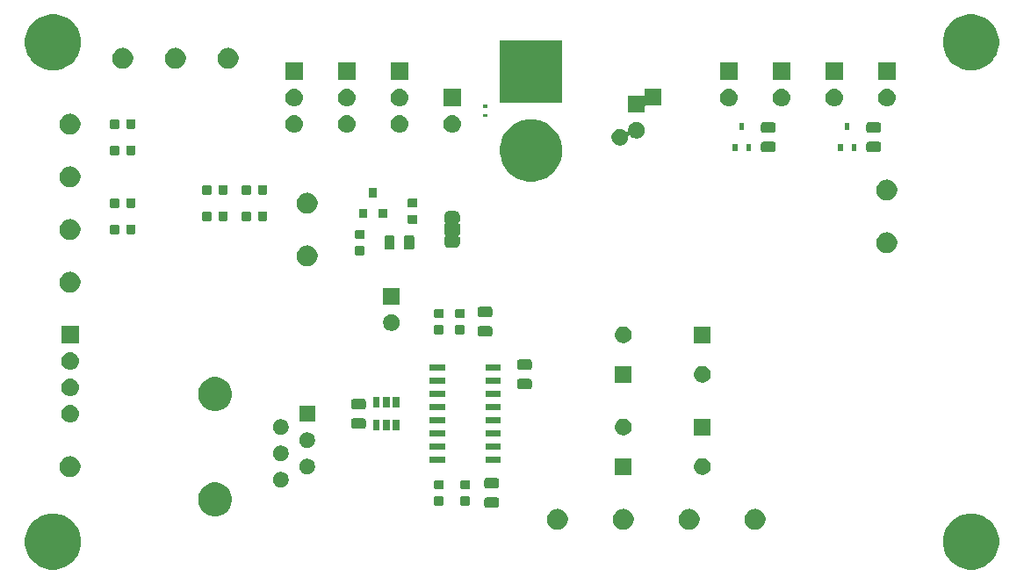
<source format=gbr>
G04 #@! TF.GenerationSoftware,KiCad,Pcbnew,5.0.2-bee76a0~70~ubuntu18.04.1*
G04 #@! TF.CreationDate,2019-06-19T23:08:53-07:00*
G04 #@! TF.ProjectId,aa-stalk-receiver-lvds,61612d73-7461-46c6-9b2d-726563656976,rev?*
G04 #@! TF.SameCoordinates,Original*
G04 #@! TF.FileFunction,Soldermask,Top*
G04 #@! TF.FilePolarity,Negative*
%FSLAX46Y46*%
G04 Gerber Fmt 4.6, Leading zero omitted, Abs format (unit mm)*
G04 Created by KiCad (PCBNEW 5.0.2-bee76a0~70~ubuntu18.04.1) date Wed 19 Jun 2019 11:08:53 PM PDT*
%MOMM*%
%LPD*%
G01*
G04 APERTURE LIST*
%ADD10C,0.100000*%
G04 APERTURE END LIST*
D10*
G36*
X184175560Y-98622759D02*
X184626084Y-98809372D01*
X184666930Y-98826291D01*
X184686736Y-98839525D01*
X185109153Y-99121775D01*
X185485225Y-99497847D01*
X185485227Y-99497850D01*
X185509167Y-99533678D01*
X185780710Y-99940072D01*
X185984241Y-100431440D01*
X186088000Y-100953072D01*
X186088000Y-101484928D01*
X185984241Y-102006560D01*
X185780710Y-102497928D01*
X185485225Y-102940153D01*
X185109153Y-103316225D01*
X185109150Y-103316227D01*
X184666930Y-103611709D01*
X184666929Y-103611710D01*
X184666928Y-103611710D01*
X184175560Y-103815241D01*
X183653928Y-103919000D01*
X183122072Y-103919000D01*
X182600440Y-103815241D01*
X182109072Y-103611710D01*
X182109071Y-103611710D01*
X182109070Y-103611709D01*
X181666850Y-103316227D01*
X181666847Y-103316225D01*
X181290775Y-102940153D01*
X180995290Y-102497928D01*
X180791759Y-102006560D01*
X180688000Y-101484928D01*
X180688000Y-100953072D01*
X180791759Y-100431440D01*
X180995290Y-99940072D01*
X181266834Y-99533678D01*
X181290773Y-99497850D01*
X181290775Y-99497847D01*
X181666847Y-99121775D01*
X182089264Y-98839525D01*
X182109070Y-98826291D01*
X182149916Y-98809372D01*
X182600440Y-98622759D01*
X183122072Y-98519000D01*
X183653928Y-98519000D01*
X184175560Y-98622759D01*
X184175560Y-98622759D01*
G37*
G36*
X95656560Y-98622759D02*
X96107084Y-98809372D01*
X96147930Y-98826291D01*
X96167736Y-98839525D01*
X96590153Y-99121775D01*
X96966225Y-99497847D01*
X96966227Y-99497850D01*
X96990167Y-99533678D01*
X97261710Y-99940072D01*
X97465241Y-100431440D01*
X97569000Y-100953072D01*
X97569000Y-101484928D01*
X97465241Y-102006560D01*
X97261710Y-102497928D01*
X96966225Y-102940153D01*
X96590153Y-103316225D01*
X96590150Y-103316227D01*
X96147930Y-103611709D01*
X96147929Y-103611710D01*
X96147928Y-103611710D01*
X95656560Y-103815241D01*
X95134928Y-103919000D01*
X94603072Y-103919000D01*
X94081440Y-103815241D01*
X93590072Y-103611710D01*
X93590071Y-103611710D01*
X93590070Y-103611709D01*
X93147850Y-103316227D01*
X93147847Y-103316225D01*
X92771775Y-102940153D01*
X92476290Y-102497928D01*
X92272759Y-102006560D01*
X92169000Y-101484928D01*
X92169000Y-100953072D01*
X92272759Y-100431440D01*
X92476290Y-99940072D01*
X92747834Y-99533678D01*
X92771773Y-99497850D01*
X92771775Y-99497847D01*
X93147847Y-99121775D01*
X93570264Y-98839525D01*
X93590070Y-98826291D01*
X93630916Y-98809372D01*
X94081440Y-98622759D01*
X94603072Y-98519000D01*
X95134928Y-98519000D01*
X95656560Y-98622759D01*
X95656560Y-98622759D01*
G37*
G36*
X162735770Y-98075372D02*
X162851689Y-98098429D01*
X163033678Y-98173811D01*
X163197463Y-98283249D01*
X163336751Y-98422537D01*
X163446189Y-98586322D01*
X163521571Y-98768311D01*
X163560000Y-98961509D01*
X163560000Y-99158491D01*
X163521571Y-99351689D01*
X163446189Y-99533678D01*
X163336751Y-99697463D01*
X163197463Y-99836751D01*
X163033678Y-99946189D01*
X162851689Y-100021571D01*
X162735770Y-100044628D01*
X162658493Y-100060000D01*
X162461507Y-100060000D01*
X162384230Y-100044628D01*
X162268311Y-100021571D01*
X162086322Y-99946189D01*
X161922537Y-99836751D01*
X161783249Y-99697463D01*
X161673811Y-99533678D01*
X161598429Y-99351689D01*
X161560000Y-99158491D01*
X161560000Y-98961509D01*
X161598429Y-98768311D01*
X161673811Y-98586322D01*
X161783249Y-98422537D01*
X161922537Y-98283249D01*
X162086322Y-98173811D01*
X162268311Y-98098429D01*
X162384230Y-98075372D01*
X162461507Y-98060000D01*
X162658493Y-98060000D01*
X162735770Y-98075372D01*
X162735770Y-98075372D01*
G37*
G36*
X143685770Y-98075372D02*
X143801689Y-98098429D01*
X143983678Y-98173811D01*
X144147463Y-98283249D01*
X144286751Y-98422537D01*
X144396189Y-98586322D01*
X144471571Y-98768311D01*
X144510000Y-98961509D01*
X144510000Y-99158491D01*
X144471571Y-99351689D01*
X144396189Y-99533678D01*
X144286751Y-99697463D01*
X144147463Y-99836751D01*
X143983678Y-99946189D01*
X143801689Y-100021571D01*
X143685770Y-100044628D01*
X143608493Y-100060000D01*
X143411507Y-100060000D01*
X143334230Y-100044628D01*
X143218311Y-100021571D01*
X143036322Y-99946189D01*
X142872537Y-99836751D01*
X142733249Y-99697463D01*
X142623811Y-99533678D01*
X142548429Y-99351689D01*
X142510000Y-99158491D01*
X142510000Y-98961509D01*
X142548429Y-98768311D01*
X142623811Y-98586322D01*
X142733249Y-98422537D01*
X142872537Y-98283249D01*
X143036322Y-98173811D01*
X143218311Y-98098429D01*
X143334230Y-98075372D01*
X143411507Y-98060000D01*
X143608493Y-98060000D01*
X143685770Y-98075372D01*
X143685770Y-98075372D01*
G37*
G36*
X150035770Y-98075372D02*
X150151689Y-98098429D01*
X150333678Y-98173811D01*
X150497463Y-98283249D01*
X150636751Y-98422537D01*
X150746189Y-98586322D01*
X150821571Y-98768311D01*
X150860000Y-98961509D01*
X150860000Y-99158491D01*
X150821571Y-99351689D01*
X150746189Y-99533678D01*
X150636751Y-99697463D01*
X150497463Y-99836751D01*
X150333678Y-99946189D01*
X150151689Y-100021571D01*
X150035770Y-100044628D01*
X149958493Y-100060000D01*
X149761507Y-100060000D01*
X149684230Y-100044628D01*
X149568311Y-100021571D01*
X149386322Y-99946189D01*
X149222537Y-99836751D01*
X149083249Y-99697463D01*
X148973811Y-99533678D01*
X148898429Y-99351689D01*
X148860000Y-99158491D01*
X148860000Y-98961509D01*
X148898429Y-98768311D01*
X148973811Y-98586322D01*
X149083249Y-98422537D01*
X149222537Y-98283249D01*
X149386322Y-98173811D01*
X149568311Y-98098429D01*
X149684230Y-98075372D01*
X149761507Y-98060000D01*
X149958493Y-98060000D01*
X150035770Y-98075372D01*
X150035770Y-98075372D01*
G37*
G36*
X156385770Y-98075372D02*
X156501689Y-98098429D01*
X156683678Y-98173811D01*
X156847463Y-98283249D01*
X156986751Y-98422537D01*
X157096189Y-98586322D01*
X157171571Y-98768311D01*
X157210000Y-98961509D01*
X157210000Y-99158491D01*
X157171571Y-99351689D01*
X157096189Y-99533678D01*
X156986751Y-99697463D01*
X156847463Y-99836751D01*
X156683678Y-99946189D01*
X156501689Y-100021571D01*
X156385770Y-100044628D01*
X156308493Y-100060000D01*
X156111507Y-100060000D01*
X156034230Y-100044628D01*
X155918311Y-100021571D01*
X155736322Y-99946189D01*
X155572537Y-99836751D01*
X155433249Y-99697463D01*
X155323811Y-99533678D01*
X155248429Y-99351689D01*
X155210000Y-99158491D01*
X155210000Y-98961509D01*
X155248429Y-98768311D01*
X155323811Y-98586322D01*
X155433249Y-98422537D01*
X155572537Y-98283249D01*
X155736322Y-98173811D01*
X155918311Y-98098429D01*
X156034230Y-98075372D01*
X156111507Y-98060000D01*
X156308493Y-98060000D01*
X156385770Y-98075372D01*
X156385770Y-98075372D01*
G37*
G36*
X110963992Y-95587447D02*
X110963994Y-95587448D01*
X110963995Y-95587448D01*
X111259726Y-95709943D01*
X111259727Y-95709944D01*
X111525880Y-95887782D01*
X111752218Y-96114120D01*
X111752220Y-96114123D01*
X111930057Y-96380274D01*
X112052552Y-96676005D01*
X112052553Y-96676008D01*
X112115000Y-96989950D01*
X112115000Y-97310050D01*
X112053523Y-97619116D01*
X112052552Y-97623995D01*
X111930057Y-97919726D01*
X111810651Y-98098429D01*
X111752218Y-98185880D01*
X111525880Y-98412218D01*
X111525877Y-98412220D01*
X111259726Y-98590057D01*
X110963995Y-98712552D01*
X110963994Y-98712552D01*
X110963992Y-98712553D01*
X110650050Y-98775000D01*
X110329950Y-98775000D01*
X110016008Y-98712553D01*
X110016006Y-98712552D01*
X110016005Y-98712552D01*
X109720274Y-98590057D01*
X109454123Y-98412220D01*
X109454120Y-98412218D01*
X109227782Y-98185880D01*
X109169349Y-98098429D01*
X109049943Y-97919726D01*
X108927448Y-97623995D01*
X108926478Y-97619116D01*
X108865000Y-97310050D01*
X108865000Y-96989950D01*
X108927447Y-96676008D01*
X108927448Y-96676005D01*
X109049943Y-96380274D01*
X109227780Y-96114123D01*
X109227782Y-96114120D01*
X109454120Y-95887782D01*
X109720273Y-95709944D01*
X109720274Y-95709943D01*
X110016005Y-95587448D01*
X110016006Y-95587448D01*
X110016008Y-95587447D01*
X110329950Y-95525000D01*
X110650050Y-95525000D01*
X110963992Y-95587447D01*
X110963992Y-95587447D01*
G37*
G36*
X137713992Y-96974076D02*
X137747883Y-96984357D01*
X137779111Y-97001048D01*
X137806485Y-97023515D01*
X137828952Y-97050889D01*
X137845643Y-97082117D01*
X137855924Y-97116008D01*
X137860000Y-97157391D01*
X137860000Y-97757609D01*
X137855924Y-97798992D01*
X137845643Y-97832883D01*
X137828952Y-97864111D01*
X137806485Y-97891485D01*
X137779111Y-97913952D01*
X137747883Y-97930643D01*
X137713992Y-97940924D01*
X137672609Y-97945000D01*
X136647391Y-97945000D01*
X136606008Y-97940924D01*
X136572117Y-97930643D01*
X136540889Y-97913952D01*
X136513515Y-97891485D01*
X136491048Y-97864111D01*
X136474357Y-97832883D01*
X136464076Y-97798992D01*
X136460000Y-97757609D01*
X136460000Y-97157391D01*
X136464076Y-97116008D01*
X136474357Y-97082117D01*
X136491048Y-97050889D01*
X136513515Y-97023515D01*
X136540889Y-97001048D01*
X136572117Y-96984357D01*
X136606008Y-96974076D01*
X136647391Y-96970000D01*
X137672609Y-96970000D01*
X137713992Y-96974076D01*
X137713992Y-96974076D01*
G37*
G36*
X134969116Y-96873595D02*
X134998313Y-96882452D01*
X135025218Y-96896833D01*
X135048808Y-96916192D01*
X135068167Y-96939782D01*
X135082548Y-96966687D01*
X135091405Y-96995884D01*
X135095000Y-97032390D01*
X135095000Y-97582610D01*
X135091405Y-97619116D01*
X135082548Y-97648313D01*
X135068167Y-97675218D01*
X135048808Y-97698808D01*
X135025218Y-97718167D01*
X134998313Y-97732548D01*
X134969116Y-97741405D01*
X134932610Y-97745000D01*
X134307390Y-97745000D01*
X134270884Y-97741405D01*
X134241687Y-97732548D01*
X134214782Y-97718167D01*
X134191192Y-97698808D01*
X134171833Y-97675218D01*
X134157452Y-97648313D01*
X134148595Y-97619116D01*
X134145000Y-97582610D01*
X134145000Y-97032390D01*
X134148595Y-96995884D01*
X134157452Y-96966687D01*
X134171833Y-96939782D01*
X134191192Y-96916192D01*
X134214782Y-96896833D01*
X134241687Y-96882452D01*
X134270884Y-96873595D01*
X134307390Y-96870000D01*
X134932610Y-96870000D01*
X134969116Y-96873595D01*
X134969116Y-96873595D01*
G37*
G36*
X132429116Y-96873595D02*
X132458313Y-96882452D01*
X132485218Y-96896833D01*
X132508808Y-96916192D01*
X132528167Y-96939782D01*
X132542548Y-96966687D01*
X132551405Y-96995884D01*
X132555000Y-97032390D01*
X132555000Y-97582610D01*
X132551405Y-97619116D01*
X132542548Y-97648313D01*
X132528167Y-97675218D01*
X132508808Y-97698808D01*
X132485218Y-97718167D01*
X132458313Y-97732548D01*
X132429116Y-97741405D01*
X132392610Y-97745000D01*
X131767390Y-97745000D01*
X131730884Y-97741405D01*
X131701687Y-97732548D01*
X131674782Y-97718167D01*
X131651192Y-97698808D01*
X131631833Y-97675218D01*
X131617452Y-97648313D01*
X131608595Y-97619116D01*
X131605000Y-97582610D01*
X131605000Y-97032390D01*
X131608595Y-96995884D01*
X131617452Y-96966687D01*
X131631833Y-96939782D01*
X131651192Y-96916192D01*
X131674782Y-96896833D01*
X131701687Y-96882452D01*
X131730884Y-96873595D01*
X131767390Y-96870000D01*
X132392610Y-96870000D01*
X132429116Y-96873595D01*
X132429116Y-96873595D01*
G37*
G36*
X134969116Y-95298595D02*
X134998313Y-95307452D01*
X135025218Y-95321833D01*
X135048808Y-95341192D01*
X135068167Y-95364782D01*
X135082548Y-95391687D01*
X135091405Y-95420884D01*
X135095000Y-95457390D01*
X135095000Y-96007610D01*
X135091405Y-96044116D01*
X135082548Y-96073313D01*
X135068167Y-96100218D01*
X135048808Y-96123808D01*
X135025218Y-96143167D01*
X134998313Y-96157548D01*
X134969116Y-96166405D01*
X134932610Y-96170000D01*
X134307390Y-96170000D01*
X134270884Y-96166405D01*
X134241687Y-96157548D01*
X134214782Y-96143167D01*
X134191192Y-96123808D01*
X134171833Y-96100218D01*
X134157452Y-96073313D01*
X134148595Y-96044116D01*
X134145000Y-96007610D01*
X134145000Y-95457390D01*
X134148595Y-95420884D01*
X134157452Y-95391687D01*
X134171833Y-95364782D01*
X134191192Y-95341192D01*
X134214782Y-95321833D01*
X134241687Y-95307452D01*
X134270884Y-95298595D01*
X134307390Y-95295000D01*
X134932610Y-95295000D01*
X134969116Y-95298595D01*
X134969116Y-95298595D01*
G37*
G36*
X132429116Y-95298595D02*
X132458313Y-95307452D01*
X132485218Y-95321833D01*
X132508808Y-95341192D01*
X132528167Y-95364782D01*
X132542548Y-95391687D01*
X132551405Y-95420884D01*
X132555000Y-95457390D01*
X132555000Y-96007610D01*
X132551405Y-96044116D01*
X132542548Y-96073313D01*
X132528167Y-96100218D01*
X132508808Y-96123808D01*
X132485218Y-96143167D01*
X132458313Y-96157548D01*
X132429116Y-96166405D01*
X132392610Y-96170000D01*
X131767390Y-96170000D01*
X131730884Y-96166405D01*
X131701687Y-96157548D01*
X131674782Y-96143167D01*
X131651192Y-96123808D01*
X131631833Y-96100218D01*
X131617452Y-96073313D01*
X131608595Y-96044116D01*
X131605000Y-96007610D01*
X131605000Y-95457390D01*
X131608595Y-95420884D01*
X131617452Y-95391687D01*
X131631833Y-95364782D01*
X131651192Y-95341192D01*
X131674782Y-95321833D01*
X131701687Y-95307452D01*
X131730884Y-95298595D01*
X131767390Y-95295000D01*
X132392610Y-95295000D01*
X132429116Y-95298595D01*
X132429116Y-95298595D01*
G37*
G36*
X137713992Y-95099076D02*
X137747883Y-95109357D01*
X137779111Y-95126048D01*
X137806485Y-95148515D01*
X137828952Y-95175889D01*
X137845643Y-95207117D01*
X137855924Y-95241008D01*
X137860000Y-95282391D01*
X137860000Y-95882609D01*
X137855924Y-95923992D01*
X137845643Y-95957883D01*
X137828952Y-95989111D01*
X137806485Y-96016485D01*
X137779111Y-96038952D01*
X137747883Y-96055643D01*
X137713992Y-96065924D01*
X137672609Y-96070000D01*
X136647391Y-96070000D01*
X136606008Y-96065924D01*
X136572117Y-96055643D01*
X136540889Y-96038952D01*
X136513515Y-96016485D01*
X136491048Y-95989111D01*
X136474357Y-95957883D01*
X136464076Y-95923992D01*
X136460000Y-95882609D01*
X136460000Y-95282391D01*
X136464076Y-95241008D01*
X136474357Y-95207117D01*
X136491048Y-95175889D01*
X136513515Y-95148515D01*
X136540889Y-95126048D01*
X136572117Y-95109357D01*
X136606008Y-95099076D01*
X136647391Y-95095000D01*
X137672609Y-95095000D01*
X137713992Y-95099076D01*
X137713992Y-95099076D01*
G37*
G36*
X117061683Y-94519206D02*
X117199992Y-94576495D01*
X117199995Y-94576497D01*
X117307595Y-94648393D01*
X117324476Y-94659673D01*
X117430327Y-94765524D01*
X117513505Y-94890008D01*
X117570794Y-95028317D01*
X117600000Y-95175145D01*
X117600000Y-95324855D01*
X117570794Y-95471683D01*
X117513505Y-95609992D01*
X117430327Y-95734476D01*
X117324476Y-95840327D01*
X117324473Y-95840329D01*
X117324472Y-95840330D01*
X117199995Y-95923503D01*
X117199992Y-95923505D01*
X117061683Y-95980794D01*
X116914855Y-96010000D01*
X116765145Y-96010000D01*
X116618317Y-95980794D01*
X116480008Y-95923505D01*
X116480005Y-95923503D01*
X116355528Y-95840330D01*
X116355527Y-95840329D01*
X116355524Y-95840327D01*
X116249673Y-95734476D01*
X116166495Y-95609992D01*
X116109206Y-95471683D01*
X116080000Y-95324855D01*
X116080000Y-95175145D01*
X116109206Y-95028317D01*
X116166495Y-94890008D01*
X116249673Y-94765524D01*
X116355524Y-94659673D01*
X116372406Y-94648393D01*
X116480005Y-94576497D01*
X116480008Y-94576495D01*
X116618317Y-94519206D01*
X116765145Y-94490000D01*
X116914855Y-94490000D01*
X117061683Y-94519206D01*
X117061683Y-94519206D01*
G37*
G36*
X96695770Y-92995372D02*
X96811689Y-93018429D01*
X96993678Y-93093811D01*
X97157463Y-93203249D01*
X97296751Y-93342537D01*
X97406189Y-93506322D01*
X97481571Y-93688311D01*
X97520000Y-93881509D01*
X97520000Y-94078491D01*
X97481571Y-94271689D01*
X97406189Y-94453678D01*
X97296751Y-94617463D01*
X97157463Y-94756751D01*
X96993678Y-94866189D01*
X96811689Y-94941571D01*
X96695770Y-94964628D01*
X96618493Y-94980000D01*
X96421507Y-94980000D01*
X96344230Y-94964628D01*
X96228311Y-94941571D01*
X96046322Y-94866189D01*
X95882537Y-94756751D01*
X95743249Y-94617463D01*
X95633811Y-94453678D01*
X95558429Y-94271689D01*
X95520000Y-94078491D01*
X95520000Y-93881509D01*
X95558429Y-93688311D01*
X95633811Y-93506322D01*
X95743249Y-93342537D01*
X95882537Y-93203249D01*
X96046322Y-93093811D01*
X96228311Y-93018429D01*
X96344230Y-92995372D01*
X96421507Y-92980000D01*
X96618493Y-92980000D01*
X96695770Y-92995372D01*
X96695770Y-92995372D01*
G37*
G36*
X157597649Y-93187717D02*
X157636827Y-93191576D01*
X157712227Y-93214448D01*
X157787629Y-93237321D01*
X157926608Y-93311608D01*
X158048422Y-93411578D01*
X158148392Y-93533392D01*
X158222679Y-93672371D01*
X158222679Y-93672372D01*
X158268424Y-93823173D01*
X158283870Y-93980000D01*
X158274170Y-94078491D01*
X158268424Y-94136826D01*
X158222679Y-94287629D01*
X158148392Y-94426608D01*
X158048422Y-94548422D01*
X157926608Y-94648392D01*
X157787629Y-94722679D01*
X157712228Y-94745551D01*
X157636827Y-94768424D01*
X157597649Y-94772283D01*
X157519295Y-94780000D01*
X157440705Y-94780000D01*
X157362351Y-94772283D01*
X157323173Y-94768424D01*
X157247772Y-94745551D01*
X157172371Y-94722679D01*
X157033392Y-94648392D01*
X156911578Y-94548422D01*
X156811608Y-94426608D01*
X156737321Y-94287629D01*
X156691576Y-94136826D01*
X156685831Y-94078491D01*
X156676130Y-93980000D01*
X156691576Y-93823173D01*
X156737321Y-93672372D01*
X156737321Y-93672371D01*
X156811608Y-93533392D01*
X156911578Y-93411578D01*
X157033392Y-93311608D01*
X157172371Y-93237321D01*
X157247773Y-93214448D01*
X157323173Y-93191576D01*
X157362351Y-93187717D01*
X157440705Y-93180000D01*
X157519295Y-93180000D01*
X157597649Y-93187717D01*
X157597649Y-93187717D01*
G37*
G36*
X150660000Y-94780000D02*
X149060000Y-94780000D01*
X149060000Y-93180000D01*
X150660000Y-93180000D01*
X150660000Y-94780000D01*
X150660000Y-94780000D01*
G37*
G36*
X119601683Y-93249206D02*
X119739992Y-93306495D01*
X119739995Y-93306497D01*
X119793933Y-93342537D01*
X119864476Y-93389673D01*
X119970327Y-93495524D01*
X120053505Y-93620008D01*
X120110794Y-93758317D01*
X120140000Y-93905145D01*
X120140000Y-94054855D01*
X120110794Y-94201683D01*
X120053505Y-94339992D01*
X119970327Y-94464476D01*
X119864476Y-94570327D01*
X119864473Y-94570329D01*
X119864472Y-94570330D01*
X119793928Y-94617466D01*
X119739992Y-94653505D01*
X119601683Y-94710794D01*
X119454855Y-94740000D01*
X119305145Y-94740000D01*
X119158317Y-94710794D01*
X119020008Y-94653505D01*
X118966072Y-94617466D01*
X118895528Y-94570330D01*
X118895527Y-94570329D01*
X118895524Y-94570327D01*
X118789673Y-94464476D01*
X118706495Y-94339992D01*
X118649206Y-94201683D01*
X118620000Y-94054855D01*
X118620000Y-93905145D01*
X118649206Y-93758317D01*
X118706495Y-93620008D01*
X118789673Y-93495524D01*
X118895524Y-93389673D01*
X118966068Y-93342537D01*
X119020005Y-93306497D01*
X119020008Y-93306495D01*
X119158317Y-93249206D01*
X119305145Y-93220000D01*
X119454855Y-93220000D01*
X119601683Y-93249206D01*
X119601683Y-93249206D01*
G37*
G36*
X138070000Y-93645000D02*
X136570000Y-93645000D01*
X136570000Y-93045000D01*
X138070000Y-93045000D01*
X138070000Y-93645000D01*
X138070000Y-93645000D01*
G37*
G36*
X132670000Y-93645000D02*
X131170000Y-93645000D01*
X131170000Y-93045000D01*
X132670000Y-93045000D01*
X132670000Y-93645000D01*
X132670000Y-93645000D01*
G37*
G36*
X117061683Y-91979206D02*
X117199992Y-92036495D01*
X117324476Y-92119673D01*
X117430327Y-92225524D01*
X117513505Y-92350008D01*
X117570794Y-92488317D01*
X117600000Y-92635145D01*
X117600000Y-92784855D01*
X117570794Y-92931683D01*
X117513505Y-93069992D01*
X117430327Y-93194476D01*
X117324476Y-93300327D01*
X117324473Y-93300329D01*
X117324472Y-93300330D01*
X117307593Y-93311608D01*
X117199992Y-93383505D01*
X117061683Y-93440794D01*
X116914855Y-93470000D01*
X116765145Y-93470000D01*
X116618317Y-93440794D01*
X116480008Y-93383505D01*
X116372407Y-93311608D01*
X116355528Y-93300330D01*
X116355527Y-93300329D01*
X116355524Y-93300327D01*
X116249673Y-93194476D01*
X116166495Y-93069992D01*
X116109206Y-92931683D01*
X116080000Y-92784855D01*
X116080000Y-92635145D01*
X116109206Y-92488317D01*
X116166495Y-92350008D01*
X116249673Y-92225524D01*
X116355524Y-92119673D01*
X116480008Y-92036495D01*
X116618317Y-91979206D01*
X116765145Y-91950000D01*
X116914855Y-91950000D01*
X117061683Y-91979206D01*
X117061683Y-91979206D01*
G37*
G36*
X132670000Y-92375000D02*
X131170000Y-92375000D01*
X131170000Y-91775000D01*
X132670000Y-91775000D01*
X132670000Y-92375000D01*
X132670000Y-92375000D01*
G37*
G36*
X138070000Y-92375000D02*
X136570000Y-92375000D01*
X136570000Y-91775000D01*
X138070000Y-91775000D01*
X138070000Y-92375000D01*
X138070000Y-92375000D01*
G37*
G36*
X119601683Y-90709206D02*
X119739992Y-90766495D01*
X119739995Y-90766497D01*
X119847595Y-90838393D01*
X119864476Y-90849673D01*
X119970327Y-90955524D01*
X120053505Y-91080008D01*
X120110794Y-91218317D01*
X120140000Y-91365145D01*
X120140000Y-91514855D01*
X120110794Y-91661683D01*
X120053505Y-91799992D01*
X119970327Y-91924476D01*
X119864476Y-92030327D01*
X119739992Y-92113505D01*
X119601683Y-92170794D01*
X119454855Y-92200000D01*
X119305145Y-92200000D01*
X119158317Y-92170794D01*
X119020008Y-92113505D01*
X118895524Y-92030327D01*
X118789673Y-91924476D01*
X118706495Y-91799992D01*
X118649206Y-91661683D01*
X118620000Y-91514855D01*
X118620000Y-91365145D01*
X118649206Y-91218317D01*
X118706495Y-91080008D01*
X118789673Y-90955524D01*
X118895524Y-90849673D01*
X118912406Y-90838393D01*
X119020005Y-90766497D01*
X119020008Y-90766495D01*
X119158317Y-90709206D01*
X119305145Y-90680000D01*
X119454855Y-90680000D01*
X119601683Y-90709206D01*
X119601683Y-90709206D01*
G37*
G36*
X132670000Y-91105000D02*
X131170000Y-91105000D01*
X131170000Y-90505000D01*
X132670000Y-90505000D01*
X132670000Y-91105000D01*
X132670000Y-91105000D01*
G37*
G36*
X138070000Y-91105000D02*
X136570000Y-91105000D01*
X136570000Y-90505000D01*
X138070000Y-90505000D01*
X138070000Y-91105000D01*
X138070000Y-91105000D01*
G37*
G36*
X158280000Y-90970000D02*
X156680000Y-90970000D01*
X156680000Y-89370000D01*
X158280000Y-89370000D01*
X158280000Y-90970000D01*
X158280000Y-90970000D01*
G37*
G36*
X149977649Y-89377717D02*
X150016827Y-89381576D01*
X150048154Y-89391079D01*
X150167629Y-89427321D01*
X150306608Y-89501608D01*
X150428422Y-89601578D01*
X150528392Y-89723392D01*
X150602679Y-89862371D01*
X150648424Y-90013174D01*
X150663870Y-90170000D01*
X150648424Y-90326826D01*
X150602679Y-90477629D01*
X150528392Y-90616608D01*
X150428422Y-90738422D01*
X150306608Y-90838392D01*
X150167629Y-90912679D01*
X150092227Y-90935552D01*
X150016827Y-90958424D01*
X149977649Y-90962283D01*
X149899295Y-90970000D01*
X149820705Y-90970000D01*
X149742351Y-90962283D01*
X149703173Y-90958424D01*
X149627773Y-90935552D01*
X149552371Y-90912679D01*
X149413392Y-90838392D01*
X149291578Y-90738422D01*
X149191608Y-90616608D01*
X149117321Y-90477629D01*
X149071576Y-90326826D01*
X149056130Y-90170000D01*
X149071576Y-90013174D01*
X149117321Y-89862371D01*
X149191608Y-89723392D01*
X149291578Y-89601578D01*
X149413392Y-89501608D01*
X149552371Y-89427321D01*
X149671846Y-89391079D01*
X149703173Y-89381576D01*
X149742351Y-89377717D01*
X149820705Y-89370000D01*
X149899295Y-89370000D01*
X149977649Y-89377717D01*
X149977649Y-89377717D01*
G37*
G36*
X117061683Y-89439206D02*
X117199992Y-89496495D01*
X117199995Y-89496497D01*
X117205943Y-89500471D01*
X117324476Y-89579673D01*
X117430326Y-89685523D01*
X117430328Y-89685526D01*
X117430330Y-89685528D01*
X117455631Y-89723394D01*
X117513505Y-89810008D01*
X117570794Y-89948317D01*
X117600000Y-90095145D01*
X117600000Y-90244855D01*
X117570794Y-90391683D01*
X117513505Y-90529992D01*
X117430327Y-90654476D01*
X117324476Y-90760327D01*
X117199992Y-90843505D01*
X117061683Y-90900794D01*
X116914855Y-90930000D01*
X116765145Y-90930000D01*
X116618317Y-90900794D01*
X116480008Y-90843505D01*
X116355524Y-90760327D01*
X116249673Y-90654476D01*
X116166495Y-90529992D01*
X116109206Y-90391683D01*
X116080000Y-90244855D01*
X116080000Y-90095145D01*
X116109206Y-89948317D01*
X116166495Y-89810008D01*
X116224369Y-89723394D01*
X116249670Y-89685528D01*
X116249672Y-89685526D01*
X116249674Y-89685523D01*
X116355524Y-89579673D01*
X116474058Y-89500471D01*
X116480005Y-89496497D01*
X116480008Y-89496495D01*
X116618317Y-89439206D01*
X116765145Y-89410000D01*
X116914855Y-89410000D01*
X117061683Y-89439206D01*
X117061683Y-89439206D01*
G37*
G36*
X126375000Y-90530000D02*
X125725000Y-90530000D01*
X125725000Y-89470000D01*
X126375000Y-89470000D01*
X126375000Y-90530000D01*
X126375000Y-90530000D01*
G37*
G36*
X127325000Y-90530000D02*
X126675000Y-90530000D01*
X126675000Y-89470000D01*
X127325000Y-89470000D01*
X127325000Y-90530000D01*
X127325000Y-90530000D01*
G37*
G36*
X128275000Y-90530000D02*
X127625000Y-90530000D01*
X127625000Y-89470000D01*
X128275000Y-89470000D01*
X128275000Y-90530000D01*
X128275000Y-90530000D01*
G37*
G36*
X124886992Y-89354076D02*
X124920883Y-89364357D01*
X124952111Y-89381048D01*
X124979485Y-89403515D01*
X125001952Y-89430889D01*
X125018643Y-89462117D01*
X125028924Y-89496008D01*
X125033000Y-89537391D01*
X125033000Y-90137609D01*
X125028924Y-90178992D01*
X125018643Y-90212883D01*
X125001952Y-90244111D01*
X124979485Y-90271485D01*
X124952111Y-90293952D01*
X124920883Y-90310643D01*
X124886992Y-90320924D01*
X124845609Y-90325000D01*
X123820391Y-90325000D01*
X123779008Y-90320924D01*
X123745117Y-90310643D01*
X123713889Y-90293952D01*
X123686515Y-90271485D01*
X123664048Y-90244111D01*
X123647357Y-90212883D01*
X123637076Y-90178992D01*
X123633000Y-90137609D01*
X123633000Y-89537391D01*
X123637076Y-89496008D01*
X123647357Y-89462117D01*
X123664048Y-89430889D01*
X123686515Y-89403515D01*
X123713889Y-89381048D01*
X123745117Y-89364357D01*
X123779008Y-89354076D01*
X123820391Y-89350000D01*
X124845609Y-89350000D01*
X124886992Y-89354076D01*
X124886992Y-89354076D01*
G37*
G36*
X138070000Y-89835000D02*
X136570000Y-89835000D01*
X136570000Y-89235000D01*
X138070000Y-89235000D01*
X138070000Y-89835000D01*
X138070000Y-89835000D01*
G37*
G36*
X132670000Y-89835000D02*
X131170000Y-89835000D01*
X131170000Y-89235000D01*
X132670000Y-89235000D01*
X132670000Y-89835000D01*
X132670000Y-89835000D01*
G37*
G36*
X96686630Y-88062299D02*
X96846855Y-88110903D01*
X96994520Y-88189831D01*
X97123949Y-88296051D01*
X97230169Y-88425480D01*
X97309097Y-88573145D01*
X97357701Y-88733370D01*
X97374112Y-88900000D01*
X97357701Y-89066630D01*
X97309097Y-89226855D01*
X97230169Y-89374520D01*
X97123949Y-89503949D01*
X96994520Y-89610169D01*
X96846855Y-89689097D01*
X96686630Y-89737701D01*
X96561752Y-89750000D01*
X96478248Y-89750000D01*
X96353370Y-89737701D01*
X96193145Y-89689097D01*
X96045480Y-89610169D01*
X95916051Y-89503949D01*
X95809831Y-89374520D01*
X95730903Y-89226855D01*
X95682299Y-89066630D01*
X95665888Y-88900000D01*
X95682299Y-88733370D01*
X95730903Y-88573145D01*
X95809831Y-88425480D01*
X95916051Y-88296051D01*
X96045480Y-88189831D01*
X96193145Y-88110903D01*
X96353370Y-88062299D01*
X96478248Y-88050000D01*
X96561752Y-88050000D01*
X96686630Y-88062299D01*
X96686630Y-88062299D01*
G37*
G36*
X120140000Y-89660000D02*
X118620000Y-89660000D01*
X118620000Y-88140000D01*
X120140000Y-88140000D01*
X120140000Y-89660000D01*
X120140000Y-89660000D01*
G37*
G36*
X110963992Y-85427447D02*
X110963994Y-85427448D01*
X110963995Y-85427448D01*
X111259726Y-85549943D01*
X111422076Y-85658422D01*
X111525880Y-85727782D01*
X111752218Y-85954120D01*
X111752220Y-85954123D01*
X111930057Y-86220274D01*
X112052552Y-86516005D01*
X112052553Y-86516008D01*
X112115000Y-86829950D01*
X112115000Y-87150050D01*
X112086168Y-87295000D01*
X112052552Y-87463995D01*
X111930057Y-87759726D01*
X111930056Y-87759727D01*
X111752218Y-88025880D01*
X111525880Y-88252218D01*
X111525877Y-88252220D01*
X111259726Y-88430057D01*
X110963995Y-88552552D01*
X110963994Y-88552552D01*
X110963992Y-88552553D01*
X110650050Y-88615000D01*
X110329950Y-88615000D01*
X110016008Y-88552553D01*
X110016006Y-88552552D01*
X110016005Y-88552552D01*
X109720274Y-88430057D01*
X109454123Y-88252220D01*
X109454120Y-88252218D01*
X109227782Y-88025880D01*
X109049944Y-87759727D01*
X109049943Y-87759726D01*
X108927448Y-87463995D01*
X108893833Y-87295000D01*
X108865000Y-87150050D01*
X108865000Y-86829950D01*
X108927447Y-86516008D01*
X108927448Y-86516005D01*
X109049943Y-86220274D01*
X109227780Y-85954123D01*
X109227782Y-85954120D01*
X109454120Y-85727782D01*
X109557924Y-85658422D01*
X109720274Y-85549943D01*
X110016005Y-85427448D01*
X110016006Y-85427448D01*
X110016008Y-85427447D01*
X110329950Y-85365000D01*
X110650050Y-85365000D01*
X110963992Y-85427447D01*
X110963992Y-85427447D01*
G37*
G36*
X132670000Y-88565000D02*
X131170000Y-88565000D01*
X131170000Y-87965000D01*
X132670000Y-87965000D01*
X132670000Y-88565000D01*
X132670000Y-88565000D01*
G37*
G36*
X138070000Y-88565000D02*
X136570000Y-88565000D01*
X136570000Y-87965000D01*
X138070000Y-87965000D01*
X138070000Y-88565000D01*
X138070000Y-88565000D01*
G37*
G36*
X124886992Y-87479076D02*
X124920883Y-87489357D01*
X124952111Y-87506048D01*
X124979485Y-87528515D01*
X125001952Y-87555889D01*
X125018643Y-87587117D01*
X125028924Y-87621008D01*
X125033000Y-87662391D01*
X125033000Y-88262609D01*
X125028924Y-88303992D01*
X125018643Y-88337883D01*
X125001952Y-88369111D01*
X124979485Y-88396485D01*
X124952111Y-88418952D01*
X124920883Y-88435643D01*
X124886992Y-88445924D01*
X124845609Y-88450000D01*
X123820391Y-88450000D01*
X123779008Y-88445924D01*
X123745117Y-88435643D01*
X123713889Y-88418952D01*
X123686515Y-88396485D01*
X123664048Y-88369111D01*
X123647357Y-88337883D01*
X123637076Y-88303992D01*
X123633000Y-88262609D01*
X123633000Y-87662391D01*
X123637076Y-87621008D01*
X123647357Y-87587117D01*
X123664048Y-87555889D01*
X123686515Y-87528515D01*
X123713889Y-87506048D01*
X123745117Y-87489357D01*
X123779008Y-87479076D01*
X123820391Y-87475000D01*
X124845609Y-87475000D01*
X124886992Y-87479076D01*
X124886992Y-87479076D01*
G37*
G36*
X127325000Y-88330000D02*
X126675000Y-88330000D01*
X126675000Y-87270000D01*
X127325000Y-87270000D01*
X127325000Y-88330000D01*
X127325000Y-88330000D01*
G37*
G36*
X126375000Y-88330000D02*
X125725000Y-88330000D01*
X125725000Y-87270000D01*
X126375000Y-87270000D01*
X126375000Y-88330000D01*
X126375000Y-88330000D01*
G37*
G36*
X128275000Y-88330000D02*
X127625000Y-88330000D01*
X127625000Y-87270000D01*
X128275000Y-87270000D01*
X128275000Y-88330000D01*
X128275000Y-88330000D01*
G37*
G36*
X132670000Y-87295000D02*
X131170000Y-87295000D01*
X131170000Y-86695000D01*
X132670000Y-86695000D01*
X132670000Y-87295000D01*
X132670000Y-87295000D01*
G37*
G36*
X138070000Y-87295000D02*
X136570000Y-87295000D01*
X136570000Y-86695000D01*
X138070000Y-86695000D01*
X138070000Y-87295000D01*
X138070000Y-87295000D01*
G37*
G36*
X96686630Y-85522299D02*
X96846855Y-85570903D01*
X96994520Y-85649831D01*
X97123949Y-85756051D01*
X97230169Y-85885480D01*
X97309097Y-86033145D01*
X97357701Y-86193370D01*
X97374112Y-86360000D01*
X97357701Y-86526630D01*
X97309097Y-86686855D01*
X97230169Y-86834520D01*
X97123949Y-86963949D01*
X96994520Y-87070169D01*
X96846855Y-87149097D01*
X96686630Y-87197701D01*
X96561752Y-87210000D01*
X96478248Y-87210000D01*
X96353370Y-87197701D01*
X96193145Y-87149097D01*
X96045480Y-87070169D01*
X95916051Y-86963949D01*
X95809831Y-86834520D01*
X95730903Y-86686855D01*
X95682299Y-86526630D01*
X95665888Y-86360000D01*
X95682299Y-86193370D01*
X95730903Y-86033145D01*
X95809831Y-85885480D01*
X95916051Y-85756051D01*
X96045480Y-85649831D01*
X96193145Y-85570903D01*
X96353370Y-85522299D01*
X96478248Y-85510000D01*
X96561752Y-85510000D01*
X96686630Y-85522299D01*
X96686630Y-85522299D01*
G37*
G36*
X140888992Y-85544076D02*
X140922883Y-85554357D01*
X140954111Y-85571048D01*
X140981485Y-85593515D01*
X141003952Y-85620889D01*
X141020643Y-85652117D01*
X141030924Y-85686008D01*
X141035000Y-85727391D01*
X141035000Y-86327609D01*
X141030924Y-86368992D01*
X141020643Y-86402883D01*
X141003952Y-86434111D01*
X140981485Y-86461485D01*
X140954111Y-86483952D01*
X140922883Y-86500643D01*
X140888992Y-86510924D01*
X140847609Y-86515000D01*
X139822391Y-86515000D01*
X139781008Y-86510924D01*
X139747117Y-86500643D01*
X139715889Y-86483952D01*
X139688515Y-86461485D01*
X139666048Y-86434111D01*
X139649357Y-86402883D01*
X139639076Y-86368992D01*
X139635000Y-86327609D01*
X139635000Y-85727391D01*
X139639076Y-85686008D01*
X139649357Y-85652117D01*
X139666048Y-85620889D01*
X139688515Y-85593515D01*
X139715889Y-85571048D01*
X139747117Y-85554357D01*
X139781008Y-85544076D01*
X139822391Y-85540000D01*
X140847609Y-85540000D01*
X140888992Y-85544076D01*
X140888992Y-85544076D01*
G37*
G36*
X132670000Y-86025000D02*
X131170000Y-86025000D01*
X131170000Y-85425000D01*
X132670000Y-85425000D01*
X132670000Y-86025000D01*
X132670000Y-86025000D01*
G37*
G36*
X138070000Y-86025000D02*
X136570000Y-86025000D01*
X136570000Y-85425000D01*
X138070000Y-85425000D01*
X138070000Y-86025000D01*
X138070000Y-86025000D01*
G37*
G36*
X157597649Y-84297717D02*
X157636827Y-84301576D01*
X157712227Y-84324448D01*
X157787629Y-84347321D01*
X157926608Y-84421608D01*
X158048422Y-84521578D01*
X158148392Y-84643392D01*
X158222679Y-84782371D01*
X158268424Y-84933174D01*
X158283870Y-85090000D01*
X158268424Y-85246826D01*
X158222679Y-85397629D01*
X158148392Y-85536608D01*
X158048422Y-85658422D01*
X157926608Y-85758392D01*
X157787629Y-85832679D01*
X157712228Y-85855551D01*
X157636827Y-85878424D01*
X157597649Y-85882283D01*
X157519295Y-85890000D01*
X157440705Y-85890000D01*
X157362351Y-85882283D01*
X157323173Y-85878424D01*
X157247772Y-85855551D01*
X157172371Y-85832679D01*
X157033392Y-85758392D01*
X156911578Y-85658422D01*
X156811608Y-85536608D01*
X156737321Y-85397629D01*
X156691576Y-85246826D01*
X156676130Y-85090000D01*
X156691576Y-84933174D01*
X156737321Y-84782371D01*
X156811608Y-84643392D01*
X156911578Y-84521578D01*
X157033392Y-84421608D01*
X157172371Y-84347321D01*
X157247773Y-84324448D01*
X157323173Y-84301576D01*
X157362351Y-84297717D01*
X157440705Y-84290000D01*
X157519295Y-84290000D01*
X157597649Y-84297717D01*
X157597649Y-84297717D01*
G37*
G36*
X150660000Y-85890000D02*
X149060000Y-85890000D01*
X149060000Y-84290000D01*
X150660000Y-84290000D01*
X150660000Y-85890000D01*
X150660000Y-85890000D01*
G37*
G36*
X132670000Y-84755000D02*
X131170000Y-84755000D01*
X131170000Y-84155000D01*
X132670000Y-84155000D01*
X132670000Y-84755000D01*
X132670000Y-84755000D01*
G37*
G36*
X138070000Y-84755000D02*
X136570000Y-84755000D01*
X136570000Y-84155000D01*
X138070000Y-84155000D01*
X138070000Y-84755000D01*
X138070000Y-84755000D01*
G37*
G36*
X96686630Y-82982299D02*
X96846855Y-83030903D01*
X96994520Y-83109831D01*
X97123949Y-83216051D01*
X97230169Y-83345480D01*
X97309097Y-83493145D01*
X97357701Y-83653370D01*
X97374112Y-83820000D01*
X97357701Y-83986630D01*
X97309097Y-84146855D01*
X97230169Y-84294520D01*
X97123949Y-84423949D01*
X96994520Y-84530169D01*
X96846855Y-84609097D01*
X96686630Y-84657701D01*
X96561752Y-84670000D01*
X96478248Y-84670000D01*
X96353370Y-84657701D01*
X96193145Y-84609097D01*
X96045480Y-84530169D01*
X95916051Y-84423949D01*
X95809831Y-84294520D01*
X95730903Y-84146855D01*
X95682299Y-83986630D01*
X95665888Y-83820000D01*
X95682299Y-83653370D01*
X95730903Y-83493145D01*
X95809831Y-83345480D01*
X95916051Y-83216051D01*
X96045480Y-83109831D01*
X96193145Y-83030903D01*
X96353370Y-82982299D01*
X96478248Y-82970000D01*
X96561752Y-82970000D01*
X96686630Y-82982299D01*
X96686630Y-82982299D01*
G37*
G36*
X140888992Y-83669076D02*
X140922883Y-83679357D01*
X140954111Y-83696048D01*
X140981485Y-83718515D01*
X141003952Y-83745889D01*
X141020643Y-83777117D01*
X141030924Y-83811008D01*
X141035000Y-83852391D01*
X141035000Y-84452609D01*
X141030924Y-84493992D01*
X141020643Y-84527883D01*
X141003952Y-84559111D01*
X140981485Y-84586485D01*
X140954111Y-84608952D01*
X140922883Y-84625643D01*
X140888992Y-84635924D01*
X140847609Y-84640000D01*
X139822391Y-84640000D01*
X139781008Y-84635924D01*
X139747117Y-84625643D01*
X139715889Y-84608952D01*
X139688515Y-84586485D01*
X139666048Y-84559111D01*
X139649357Y-84527883D01*
X139639076Y-84493992D01*
X139635000Y-84452609D01*
X139635000Y-83852391D01*
X139639076Y-83811008D01*
X139649357Y-83777117D01*
X139666048Y-83745889D01*
X139688515Y-83718515D01*
X139715889Y-83696048D01*
X139747117Y-83679357D01*
X139781008Y-83669076D01*
X139822391Y-83665000D01*
X140847609Y-83665000D01*
X140888992Y-83669076D01*
X140888992Y-83669076D01*
G37*
G36*
X97370000Y-82130000D02*
X95670000Y-82130000D01*
X95670000Y-80430000D01*
X97370000Y-80430000D01*
X97370000Y-82130000D01*
X97370000Y-82130000D01*
G37*
G36*
X149959035Y-80485884D02*
X150016827Y-80491576D01*
X150048154Y-80501079D01*
X150167629Y-80537321D01*
X150306608Y-80611608D01*
X150428422Y-80711578D01*
X150528392Y-80833392D01*
X150602679Y-80972371D01*
X150602679Y-80972372D01*
X150648424Y-81123173D01*
X150659024Y-81230797D01*
X150663870Y-81280000D01*
X150648424Y-81436826D01*
X150602679Y-81587629D01*
X150528392Y-81726608D01*
X150428422Y-81848422D01*
X150306608Y-81948392D01*
X150167629Y-82022679D01*
X150092227Y-82045552D01*
X150016827Y-82068424D01*
X149977649Y-82072283D01*
X149899295Y-82080000D01*
X149820705Y-82080000D01*
X149742351Y-82072283D01*
X149703173Y-82068424D01*
X149627773Y-82045552D01*
X149552371Y-82022679D01*
X149413392Y-81948392D01*
X149291578Y-81848422D01*
X149191608Y-81726608D01*
X149117321Y-81587629D01*
X149071576Y-81436826D01*
X149056130Y-81280000D01*
X149060976Y-81230797D01*
X149071576Y-81123173D01*
X149117321Y-80972372D01*
X149117321Y-80972371D01*
X149191608Y-80833392D01*
X149291578Y-80711578D01*
X149413392Y-80611608D01*
X149552371Y-80537321D01*
X149671846Y-80501079D01*
X149703173Y-80491576D01*
X149760965Y-80485884D01*
X149820705Y-80480000D01*
X149899295Y-80480000D01*
X149959035Y-80485884D01*
X149959035Y-80485884D01*
G37*
G36*
X158280000Y-82080000D02*
X156680000Y-82080000D01*
X156680000Y-80480000D01*
X158280000Y-80480000D01*
X158280000Y-82080000D01*
X158280000Y-82080000D01*
G37*
G36*
X137078992Y-80464076D02*
X137112883Y-80474357D01*
X137144111Y-80491048D01*
X137171485Y-80513515D01*
X137193952Y-80540889D01*
X137210643Y-80572117D01*
X137220924Y-80606008D01*
X137225000Y-80647391D01*
X137225000Y-81247609D01*
X137220924Y-81288992D01*
X137210643Y-81322883D01*
X137193952Y-81354111D01*
X137171485Y-81381485D01*
X137144111Y-81403952D01*
X137112883Y-81420643D01*
X137078992Y-81430924D01*
X137037609Y-81435000D01*
X136012391Y-81435000D01*
X135971008Y-81430924D01*
X135937117Y-81420643D01*
X135905889Y-81403952D01*
X135878515Y-81381485D01*
X135856048Y-81354111D01*
X135839357Y-81322883D01*
X135829076Y-81288992D01*
X135825000Y-81247609D01*
X135825000Y-80647391D01*
X135829076Y-80606008D01*
X135839357Y-80572117D01*
X135856048Y-80540889D01*
X135878515Y-80513515D01*
X135905889Y-80491048D01*
X135937117Y-80474357D01*
X135971008Y-80464076D01*
X136012391Y-80460000D01*
X137037609Y-80460000D01*
X137078992Y-80464076D01*
X137078992Y-80464076D01*
G37*
G36*
X134461116Y-80363595D02*
X134490313Y-80372452D01*
X134517218Y-80386833D01*
X134540808Y-80406192D01*
X134560167Y-80429782D01*
X134574548Y-80456687D01*
X134583405Y-80485884D01*
X134587000Y-80522390D01*
X134587000Y-81072610D01*
X134583405Y-81109116D01*
X134574548Y-81138313D01*
X134560167Y-81165218D01*
X134540808Y-81188808D01*
X134517218Y-81208167D01*
X134490313Y-81222548D01*
X134461116Y-81231405D01*
X134424610Y-81235000D01*
X133799390Y-81235000D01*
X133762884Y-81231405D01*
X133733687Y-81222548D01*
X133706782Y-81208167D01*
X133683192Y-81188808D01*
X133663833Y-81165218D01*
X133649452Y-81138313D01*
X133640595Y-81109116D01*
X133637000Y-81072610D01*
X133637000Y-80522390D01*
X133640595Y-80485884D01*
X133649452Y-80456687D01*
X133663833Y-80429782D01*
X133683192Y-80406192D01*
X133706782Y-80386833D01*
X133733687Y-80372452D01*
X133762884Y-80363595D01*
X133799390Y-80360000D01*
X134424610Y-80360000D01*
X134461116Y-80363595D01*
X134461116Y-80363595D01*
G37*
G36*
X132429116Y-80363595D02*
X132458313Y-80372452D01*
X132485218Y-80386833D01*
X132508808Y-80406192D01*
X132528167Y-80429782D01*
X132542548Y-80456687D01*
X132551405Y-80485884D01*
X132555000Y-80522390D01*
X132555000Y-81072610D01*
X132551405Y-81109116D01*
X132542548Y-81138313D01*
X132528167Y-81165218D01*
X132508808Y-81188808D01*
X132485218Y-81208167D01*
X132458313Y-81222548D01*
X132429116Y-81231405D01*
X132392610Y-81235000D01*
X131767390Y-81235000D01*
X131730884Y-81231405D01*
X131701687Y-81222548D01*
X131674782Y-81208167D01*
X131651192Y-81188808D01*
X131631833Y-81165218D01*
X131617452Y-81138313D01*
X131608595Y-81109116D01*
X131605000Y-81072610D01*
X131605000Y-80522390D01*
X131608595Y-80485884D01*
X131617452Y-80456687D01*
X131631833Y-80429782D01*
X131651192Y-80406192D01*
X131674782Y-80386833D01*
X131701687Y-80372452D01*
X131730884Y-80363595D01*
X131767390Y-80360000D01*
X132392610Y-80360000D01*
X132429116Y-80363595D01*
X132429116Y-80363595D01*
G37*
G36*
X127741352Y-79327743D02*
X127886941Y-79388048D01*
X128017973Y-79475601D01*
X128129399Y-79587027D01*
X128216952Y-79718059D01*
X128277257Y-79863648D01*
X128308000Y-80018205D01*
X128308000Y-80175795D01*
X128277257Y-80330352D01*
X128216952Y-80475941D01*
X128129399Y-80606973D01*
X128017973Y-80718399D01*
X127886941Y-80805952D01*
X127741352Y-80866257D01*
X127586795Y-80897000D01*
X127429205Y-80897000D01*
X127274648Y-80866257D01*
X127129059Y-80805952D01*
X126998027Y-80718399D01*
X126886601Y-80606973D01*
X126799048Y-80475941D01*
X126738743Y-80330352D01*
X126708000Y-80175795D01*
X126708000Y-80018205D01*
X126738743Y-79863648D01*
X126799048Y-79718059D01*
X126886601Y-79587027D01*
X126998027Y-79475601D01*
X127129059Y-79388048D01*
X127274648Y-79327743D01*
X127429205Y-79297000D01*
X127586795Y-79297000D01*
X127741352Y-79327743D01*
X127741352Y-79327743D01*
G37*
G36*
X134461116Y-78788595D02*
X134490313Y-78797452D01*
X134517218Y-78811833D01*
X134540808Y-78831192D01*
X134560167Y-78854782D01*
X134574548Y-78881687D01*
X134583405Y-78910884D01*
X134587000Y-78947390D01*
X134587000Y-79497610D01*
X134583405Y-79534116D01*
X134574548Y-79563313D01*
X134560167Y-79590218D01*
X134540808Y-79613808D01*
X134517218Y-79633167D01*
X134490313Y-79647548D01*
X134461116Y-79656405D01*
X134424610Y-79660000D01*
X133799390Y-79660000D01*
X133762884Y-79656405D01*
X133733687Y-79647548D01*
X133706782Y-79633167D01*
X133683192Y-79613808D01*
X133663833Y-79590218D01*
X133649452Y-79563313D01*
X133640595Y-79534116D01*
X133637000Y-79497610D01*
X133637000Y-78947390D01*
X133640595Y-78910884D01*
X133649452Y-78881687D01*
X133663833Y-78854782D01*
X133683192Y-78831192D01*
X133706782Y-78811833D01*
X133733687Y-78797452D01*
X133762884Y-78788595D01*
X133799390Y-78785000D01*
X134424610Y-78785000D01*
X134461116Y-78788595D01*
X134461116Y-78788595D01*
G37*
G36*
X132429116Y-78788595D02*
X132458313Y-78797452D01*
X132485218Y-78811833D01*
X132508808Y-78831192D01*
X132528167Y-78854782D01*
X132542548Y-78881687D01*
X132551405Y-78910884D01*
X132555000Y-78947390D01*
X132555000Y-79497610D01*
X132551405Y-79534116D01*
X132542548Y-79563313D01*
X132528167Y-79590218D01*
X132508808Y-79613808D01*
X132485218Y-79633167D01*
X132458313Y-79647548D01*
X132429116Y-79656405D01*
X132392610Y-79660000D01*
X131767390Y-79660000D01*
X131730884Y-79656405D01*
X131701687Y-79647548D01*
X131674782Y-79633167D01*
X131651192Y-79613808D01*
X131631833Y-79590218D01*
X131617452Y-79563313D01*
X131608595Y-79534116D01*
X131605000Y-79497610D01*
X131605000Y-78947390D01*
X131608595Y-78910884D01*
X131617452Y-78881687D01*
X131631833Y-78854782D01*
X131651192Y-78831192D01*
X131674782Y-78811833D01*
X131701687Y-78797452D01*
X131730884Y-78788595D01*
X131767390Y-78785000D01*
X132392610Y-78785000D01*
X132429116Y-78788595D01*
X132429116Y-78788595D01*
G37*
G36*
X137078992Y-78589076D02*
X137112883Y-78599357D01*
X137144111Y-78616048D01*
X137171485Y-78638515D01*
X137193952Y-78665889D01*
X137210643Y-78697117D01*
X137220924Y-78731008D01*
X137225000Y-78772391D01*
X137225000Y-79372609D01*
X137220924Y-79413992D01*
X137210643Y-79447883D01*
X137193952Y-79479111D01*
X137171485Y-79506485D01*
X137144111Y-79528952D01*
X137112883Y-79545643D01*
X137078992Y-79555924D01*
X137037609Y-79560000D01*
X136012391Y-79560000D01*
X135971008Y-79555924D01*
X135937117Y-79545643D01*
X135905889Y-79528952D01*
X135878515Y-79506485D01*
X135856048Y-79479111D01*
X135839357Y-79447883D01*
X135829076Y-79413992D01*
X135825000Y-79372609D01*
X135825000Y-78772391D01*
X135829076Y-78731008D01*
X135839357Y-78697117D01*
X135856048Y-78665889D01*
X135878515Y-78638515D01*
X135905889Y-78616048D01*
X135937117Y-78599357D01*
X135971008Y-78589076D01*
X136012391Y-78585000D01*
X137037609Y-78585000D01*
X137078992Y-78589076D01*
X137078992Y-78589076D01*
G37*
G36*
X128308000Y-78397000D02*
X126708000Y-78397000D01*
X126708000Y-76797000D01*
X128308000Y-76797000D01*
X128308000Y-78397000D01*
X128308000Y-78397000D01*
G37*
G36*
X96695770Y-75215372D02*
X96811689Y-75238429D01*
X96993678Y-75313811D01*
X97157463Y-75423249D01*
X97296751Y-75562537D01*
X97406189Y-75726322D01*
X97481571Y-75908311D01*
X97520000Y-76101509D01*
X97520000Y-76298491D01*
X97481571Y-76491689D01*
X97406189Y-76673678D01*
X97296751Y-76837463D01*
X97157463Y-76976751D01*
X96993678Y-77086189D01*
X96811689Y-77161571D01*
X96695770Y-77184628D01*
X96618493Y-77200000D01*
X96421507Y-77200000D01*
X96344230Y-77184628D01*
X96228311Y-77161571D01*
X96046322Y-77086189D01*
X95882537Y-76976751D01*
X95743249Y-76837463D01*
X95633811Y-76673678D01*
X95558429Y-76491689D01*
X95520000Y-76298491D01*
X95520000Y-76101509D01*
X95558429Y-75908311D01*
X95633811Y-75726322D01*
X95743249Y-75562537D01*
X95882537Y-75423249D01*
X96046322Y-75313811D01*
X96228311Y-75238429D01*
X96344230Y-75215372D01*
X96421507Y-75200000D01*
X96618493Y-75200000D01*
X96695770Y-75215372D01*
X96695770Y-75215372D01*
G37*
G36*
X119555770Y-72675372D02*
X119671689Y-72698429D01*
X119853678Y-72773811D01*
X120017463Y-72883249D01*
X120156751Y-73022537D01*
X120266189Y-73186322D01*
X120341571Y-73368311D01*
X120380000Y-73561509D01*
X120380000Y-73758491D01*
X120341571Y-73951689D01*
X120266189Y-74133678D01*
X120156751Y-74297463D01*
X120017463Y-74436751D01*
X119853678Y-74546189D01*
X119671689Y-74621571D01*
X119555770Y-74644628D01*
X119478493Y-74660000D01*
X119281507Y-74660000D01*
X119204230Y-74644628D01*
X119088311Y-74621571D01*
X118906322Y-74546189D01*
X118742537Y-74436751D01*
X118603249Y-74297463D01*
X118493811Y-74133678D01*
X118418429Y-73951689D01*
X118380000Y-73758491D01*
X118380000Y-73561509D01*
X118418429Y-73368311D01*
X118493811Y-73186322D01*
X118603249Y-73022537D01*
X118742537Y-72883249D01*
X118906322Y-72773811D01*
X119088311Y-72698429D01*
X119204230Y-72675372D01*
X119281507Y-72660000D01*
X119478493Y-72660000D01*
X119555770Y-72675372D01*
X119555770Y-72675372D01*
G37*
G36*
X124809116Y-72743595D02*
X124838313Y-72752452D01*
X124865218Y-72766833D01*
X124888808Y-72786192D01*
X124908167Y-72809782D01*
X124922548Y-72836687D01*
X124931405Y-72865884D01*
X124935000Y-72902390D01*
X124935000Y-73452610D01*
X124931405Y-73489116D01*
X124922548Y-73518313D01*
X124908167Y-73545218D01*
X124888808Y-73568808D01*
X124865218Y-73588167D01*
X124838313Y-73602548D01*
X124809116Y-73611405D01*
X124772610Y-73615000D01*
X124147390Y-73615000D01*
X124110884Y-73611405D01*
X124081687Y-73602548D01*
X124054782Y-73588167D01*
X124031192Y-73568808D01*
X124011833Y-73545218D01*
X123997452Y-73518313D01*
X123988595Y-73489116D01*
X123985000Y-73452610D01*
X123985000Y-72902390D01*
X123988595Y-72865884D01*
X123997452Y-72836687D01*
X124011833Y-72809782D01*
X124031192Y-72786192D01*
X124054782Y-72766833D01*
X124081687Y-72752452D01*
X124110884Y-72743595D01*
X124147390Y-72740000D01*
X124772610Y-72740000D01*
X124809116Y-72743595D01*
X124809116Y-72743595D01*
G37*
G36*
X175435770Y-71405372D02*
X175551689Y-71428429D01*
X175733678Y-71503811D01*
X175897463Y-71613249D01*
X176036751Y-71752537D01*
X176146189Y-71916322D01*
X176221571Y-72098311D01*
X176260000Y-72291509D01*
X176260000Y-72488491D01*
X176221571Y-72681689D01*
X176146189Y-72863678D01*
X176036751Y-73027463D01*
X175897463Y-73166751D01*
X175733678Y-73276189D01*
X175551689Y-73351571D01*
X175435770Y-73374628D01*
X175358493Y-73390000D01*
X175161507Y-73390000D01*
X175084230Y-73374628D01*
X174968311Y-73351571D01*
X174786322Y-73276189D01*
X174622537Y-73166751D01*
X174483249Y-73027463D01*
X174373811Y-72863678D01*
X174298429Y-72681689D01*
X174260000Y-72488491D01*
X174260000Y-72291509D01*
X174298429Y-72098311D01*
X174373811Y-71916322D01*
X174483249Y-71752537D01*
X174622537Y-71613249D01*
X174786322Y-71503811D01*
X174968311Y-71428429D01*
X175084230Y-71405372D01*
X175161507Y-71390000D01*
X175358493Y-71390000D01*
X175435770Y-71405372D01*
X175435770Y-71405372D01*
G37*
G36*
X129548992Y-71694076D02*
X129582883Y-71704357D01*
X129614111Y-71721048D01*
X129641485Y-71743515D01*
X129663952Y-71770889D01*
X129680643Y-71802117D01*
X129690924Y-71836008D01*
X129695000Y-71877391D01*
X129695000Y-72902609D01*
X129690924Y-72943992D01*
X129680643Y-72977883D01*
X129663952Y-73009111D01*
X129641485Y-73036485D01*
X129614111Y-73058952D01*
X129582883Y-73075643D01*
X129548992Y-73085924D01*
X129507609Y-73090000D01*
X128907391Y-73090000D01*
X128866008Y-73085924D01*
X128832117Y-73075643D01*
X128800889Y-73058952D01*
X128773515Y-73036485D01*
X128751048Y-73009111D01*
X128734357Y-72977883D01*
X128724076Y-72943992D01*
X128720000Y-72902609D01*
X128720000Y-71877391D01*
X128724076Y-71836008D01*
X128734357Y-71802117D01*
X128751048Y-71770889D01*
X128773515Y-71743515D01*
X128800889Y-71721048D01*
X128832117Y-71704357D01*
X128866008Y-71694076D01*
X128907391Y-71690000D01*
X129507609Y-71690000D01*
X129548992Y-71694076D01*
X129548992Y-71694076D01*
G37*
G36*
X127673992Y-71694076D02*
X127707883Y-71704357D01*
X127739111Y-71721048D01*
X127766485Y-71743515D01*
X127788952Y-71770889D01*
X127805643Y-71802117D01*
X127815924Y-71836008D01*
X127820000Y-71877391D01*
X127820000Y-72902609D01*
X127815924Y-72943992D01*
X127805643Y-72977883D01*
X127788952Y-73009111D01*
X127766485Y-73036485D01*
X127739111Y-73058952D01*
X127707883Y-73075643D01*
X127673992Y-73085924D01*
X127632609Y-73090000D01*
X127032391Y-73090000D01*
X126991008Y-73085924D01*
X126957117Y-73075643D01*
X126925889Y-73058952D01*
X126898515Y-73036485D01*
X126876048Y-73009111D01*
X126859357Y-72977883D01*
X126849076Y-72943992D01*
X126845000Y-72902609D01*
X126845000Y-71877391D01*
X126849076Y-71836008D01*
X126859357Y-71802117D01*
X126876048Y-71770889D01*
X126898515Y-71743515D01*
X126925889Y-71721048D01*
X126957117Y-71704357D01*
X126991008Y-71694076D01*
X127032391Y-71690000D01*
X127632609Y-71690000D01*
X127673992Y-71694076D01*
X127673992Y-71694076D01*
G37*
G36*
X133612203Y-69321201D02*
X133624453Y-69321803D01*
X133642872Y-69321803D01*
X133655150Y-69323012D01*
X133739232Y-69339737D01*
X133751048Y-69343322D01*
X133830255Y-69376130D01*
X133841140Y-69381947D01*
X133912425Y-69429579D01*
X133921973Y-69437415D01*
X133982585Y-69498027D01*
X133990421Y-69507575D01*
X134038053Y-69578860D01*
X134043870Y-69589745D01*
X134076678Y-69668952D01*
X134080263Y-69680768D01*
X134096988Y-69764850D01*
X134098197Y-69777128D01*
X134098197Y-69795547D01*
X134098799Y-69807797D01*
X134100605Y-69826137D01*
X134100605Y-70363863D01*
X134100001Y-70369999D01*
X134099999Y-70370001D01*
X134093894Y-70370602D01*
X134069860Y-70375382D01*
X134047221Y-70384759D01*
X134026846Y-70398372D01*
X134009519Y-70415699D01*
X133995905Y-70436074D01*
X133986527Y-70458712D01*
X133981746Y-70482746D01*
X133981746Y-70507250D01*
X133986526Y-70531284D01*
X133995903Y-70553923D01*
X134009516Y-70574298D01*
X134026843Y-70591625D01*
X134047218Y-70605239D01*
X134069856Y-70614617D01*
X134093890Y-70619398D01*
X134100000Y-70619698D01*
X134100000Y-71620605D01*
X134081758Y-71622402D01*
X134058309Y-71629515D01*
X134036698Y-71641066D01*
X134017756Y-71656612D01*
X134002210Y-71675554D01*
X133990659Y-71697165D01*
X133983546Y-71720614D01*
X133981144Y-71745000D01*
X133983546Y-71769386D01*
X133990659Y-71792835D01*
X134002210Y-71814446D01*
X134017756Y-71833388D01*
X134036698Y-71848934D01*
X134058309Y-71860485D01*
X134081758Y-71867598D01*
X134093894Y-71869398D01*
X134099999Y-71869999D01*
X134099998Y-71869999D01*
X134100000Y-71870000D01*
X134100001Y-71870001D01*
X134100605Y-71876137D01*
X134100605Y-72413863D01*
X134098799Y-72432203D01*
X134098197Y-72444453D01*
X134098197Y-72462872D01*
X134096988Y-72475150D01*
X134080263Y-72559232D01*
X134076678Y-72571048D01*
X134043870Y-72650255D01*
X134038053Y-72661140D01*
X133990421Y-72732425D01*
X133982585Y-72741973D01*
X133921973Y-72802585D01*
X133912425Y-72810421D01*
X133841140Y-72858053D01*
X133830255Y-72863870D01*
X133751048Y-72896678D01*
X133739232Y-72900263D01*
X133655150Y-72916988D01*
X133642872Y-72918197D01*
X133624453Y-72918197D01*
X133612203Y-72918799D01*
X133593863Y-72920605D01*
X133106137Y-72920605D01*
X133087797Y-72918799D01*
X133075547Y-72918197D01*
X133057128Y-72918197D01*
X133044850Y-72916988D01*
X132960768Y-72900263D01*
X132948952Y-72896678D01*
X132869745Y-72863870D01*
X132858860Y-72858053D01*
X132787575Y-72810421D01*
X132778027Y-72802585D01*
X132717415Y-72741973D01*
X132709579Y-72732425D01*
X132661947Y-72661140D01*
X132656130Y-72650255D01*
X132623322Y-72571048D01*
X132619737Y-72559232D01*
X132603012Y-72475150D01*
X132601803Y-72462872D01*
X132601803Y-72444453D01*
X132601201Y-72432203D01*
X132599395Y-72413863D01*
X132599395Y-71876137D01*
X132599999Y-71870001D01*
X132600000Y-71870000D01*
X132600002Y-71869999D01*
X132600001Y-71869999D01*
X132606106Y-71869398D01*
X132630140Y-71864618D01*
X132652779Y-71855241D01*
X132673154Y-71841628D01*
X132690481Y-71824301D01*
X132704095Y-71803926D01*
X132713473Y-71781288D01*
X132718254Y-71757254D01*
X132718254Y-71732750D01*
X132713474Y-71708716D01*
X132704097Y-71686077D01*
X132690484Y-71665702D01*
X132673157Y-71648375D01*
X132652782Y-71634761D01*
X132630144Y-71625383D01*
X132606110Y-71620602D01*
X132600000Y-71620302D01*
X132600000Y-70619395D01*
X132618242Y-70617598D01*
X132641691Y-70610485D01*
X132663302Y-70598934D01*
X132682244Y-70583388D01*
X132697790Y-70564446D01*
X132709341Y-70542835D01*
X132716454Y-70519386D01*
X132718856Y-70495000D01*
X132716454Y-70470614D01*
X132709341Y-70447165D01*
X132697790Y-70425554D01*
X132682244Y-70406612D01*
X132663302Y-70391066D01*
X132641691Y-70379515D01*
X132618242Y-70372402D01*
X132606106Y-70370602D01*
X132600001Y-70370001D01*
X132599999Y-70369999D01*
X132599395Y-70363863D01*
X132599395Y-69826137D01*
X132601201Y-69807797D01*
X132601803Y-69795547D01*
X132601803Y-69777128D01*
X132603012Y-69764850D01*
X132619737Y-69680768D01*
X132623322Y-69668952D01*
X132656130Y-69589745D01*
X132661947Y-69578860D01*
X132709579Y-69507575D01*
X132717415Y-69498027D01*
X132778027Y-69437415D01*
X132787575Y-69429579D01*
X132858860Y-69381947D01*
X132869745Y-69376130D01*
X132948952Y-69343322D01*
X132960768Y-69339737D01*
X133044850Y-69323012D01*
X133057128Y-69321803D01*
X133075547Y-69321803D01*
X133087797Y-69321201D01*
X133106137Y-69319395D01*
X133593863Y-69319395D01*
X133612203Y-69321201D01*
X133612203Y-69321201D01*
G37*
G36*
X96695770Y-70135372D02*
X96811689Y-70158429D01*
X96993678Y-70233811D01*
X97157463Y-70343249D01*
X97296751Y-70482537D01*
X97406189Y-70646322D01*
X97481571Y-70828311D01*
X97520000Y-71021509D01*
X97520000Y-71218491D01*
X97481571Y-71411689D01*
X97406189Y-71593678D01*
X97296751Y-71757463D01*
X97157463Y-71896751D01*
X96993678Y-72006189D01*
X96811689Y-72081571D01*
X96695770Y-72104628D01*
X96618493Y-72120000D01*
X96421507Y-72120000D01*
X96344230Y-72104628D01*
X96228311Y-72081571D01*
X96046322Y-72006189D01*
X95882537Y-71896751D01*
X95743249Y-71757463D01*
X95633811Y-71593678D01*
X95558429Y-71411689D01*
X95520000Y-71218491D01*
X95520000Y-71021509D01*
X95558429Y-70828311D01*
X95633811Y-70646322D01*
X95743249Y-70482537D01*
X95882537Y-70343249D01*
X96046322Y-70233811D01*
X96228311Y-70158429D01*
X96344230Y-70135372D01*
X96421507Y-70120000D01*
X96618493Y-70120000D01*
X96695770Y-70135372D01*
X96695770Y-70135372D01*
G37*
G36*
X124809116Y-71168595D02*
X124838313Y-71177452D01*
X124865218Y-71191833D01*
X124888808Y-71211192D01*
X124908167Y-71234782D01*
X124922548Y-71261687D01*
X124931405Y-71290884D01*
X124935000Y-71327390D01*
X124935000Y-71877610D01*
X124931405Y-71914116D01*
X124922548Y-71943313D01*
X124908167Y-71970218D01*
X124888808Y-71993808D01*
X124865218Y-72013167D01*
X124838313Y-72027548D01*
X124809116Y-72036405D01*
X124772610Y-72040000D01*
X124147390Y-72040000D01*
X124110884Y-72036405D01*
X124081687Y-72027548D01*
X124054782Y-72013167D01*
X124031192Y-71993808D01*
X124011833Y-71970218D01*
X123997452Y-71943313D01*
X123988595Y-71914116D01*
X123985000Y-71877610D01*
X123985000Y-71327390D01*
X123988595Y-71290884D01*
X123997452Y-71261687D01*
X124011833Y-71234782D01*
X124031192Y-71211192D01*
X124054782Y-71191833D01*
X124081687Y-71177452D01*
X124110884Y-71168595D01*
X124147390Y-71165000D01*
X124772610Y-71165000D01*
X124809116Y-71168595D01*
X124809116Y-71168595D01*
G37*
G36*
X102699116Y-70648595D02*
X102728313Y-70657452D01*
X102755218Y-70671833D01*
X102778808Y-70691192D01*
X102798167Y-70714782D01*
X102812548Y-70741687D01*
X102821405Y-70770884D01*
X102825000Y-70807390D01*
X102825000Y-71432610D01*
X102821405Y-71469116D01*
X102812548Y-71498313D01*
X102798167Y-71525218D01*
X102778808Y-71548808D01*
X102755218Y-71568167D01*
X102728313Y-71582548D01*
X102699116Y-71591405D01*
X102662610Y-71595000D01*
X102112390Y-71595000D01*
X102075884Y-71591405D01*
X102046687Y-71582548D01*
X102019782Y-71568167D01*
X101996192Y-71548808D01*
X101976833Y-71525218D01*
X101962452Y-71498313D01*
X101953595Y-71469116D01*
X101950000Y-71432610D01*
X101950000Y-70807390D01*
X101953595Y-70770884D01*
X101962452Y-70741687D01*
X101976833Y-70714782D01*
X101996192Y-70691192D01*
X102019782Y-70671833D01*
X102046687Y-70657452D01*
X102075884Y-70648595D01*
X102112390Y-70645000D01*
X102662610Y-70645000D01*
X102699116Y-70648595D01*
X102699116Y-70648595D01*
G37*
G36*
X101124116Y-70648595D02*
X101153313Y-70657452D01*
X101180218Y-70671833D01*
X101203808Y-70691192D01*
X101223167Y-70714782D01*
X101237548Y-70741687D01*
X101246405Y-70770884D01*
X101250000Y-70807390D01*
X101250000Y-71432610D01*
X101246405Y-71469116D01*
X101237548Y-71498313D01*
X101223167Y-71525218D01*
X101203808Y-71548808D01*
X101180218Y-71568167D01*
X101153313Y-71582548D01*
X101124116Y-71591405D01*
X101087610Y-71595000D01*
X100537390Y-71595000D01*
X100500884Y-71591405D01*
X100471687Y-71582548D01*
X100444782Y-71568167D01*
X100421192Y-71548808D01*
X100401833Y-71525218D01*
X100387452Y-71498313D01*
X100378595Y-71469116D01*
X100375000Y-71432610D01*
X100375000Y-70807390D01*
X100378595Y-70770884D01*
X100387452Y-70741687D01*
X100401833Y-70714782D01*
X100421192Y-70691192D01*
X100444782Y-70671833D01*
X100471687Y-70657452D01*
X100500884Y-70648595D01*
X100537390Y-70645000D01*
X101087610Y-70645000D01*
X101124116Y-70648595D01*
X101124116Y-70648595D01*
G37*
G36*
X129889116Y-69721095D02*
X129918313Y-69729952D01*
X129945218Y-69744333D01*
X129968808Y-69763692D01*
X129988167Y-69787282D01*
X130002548Y-69814187D01*
X130011405Y-69843384D01*
X130015000Y-69879890D01*
X130015000Y-70430110D01*
X130011405Y-70466616D01*
X130002548Y-70495813D01*
X129988167Y-70522718D01*
X129968808Y-70546308D01*
X129945218Y-70565667D01*
X129918313Y-70580048D01*
X129889116Y-70588905D01*
X129852610Y-70592500D01*
X129227390Y-70592500D01*
X129190884Y-70588905D01*
X129161687Y-70580048D01*
X129134782Y-70565667D01*
X129111192Y-70546308D01*
X129091833Y-70522718D01*
X129077452Y-70495813D01*
X129068595Y-70466616D01*
X129065000Y-70430110D01*
X129065000Y-69879890D01*
X129068595Y-69843384D01*
X129077452Y-69814187D01*
X129091833Y-69787282D01*
X129111192Y-69763692D01*
X129134782Y-69744333D01*
X129161687Y-69729952D01*
X129190884Y-69721095D01*
X129227390Y-69717500D01*
X129852610Y-69717500D01*
X129889116Y-69721095D01*
X129889116Y-69721095D01*
G37*
G36*
X115399116Y-69378595D02*
X115428313Y-69387452D01*
X115455218Y-69401833D01*
X115478808Y-69421192D01*
X115498167Y-69444782D01*
X115512548Y-69471687D01*
X115521405Y-69500884D01*
X115525000Y-69537390D01*
X115525000Y-70162610D01*
X115521405Y-70199116D01*
X115512548Y-70228313D01*
X115498167Y-70255218D01*
X115478808Y-70278808D01*
X115455218Y-70298167D01*
X115428313Y-70312548D01*
X115399116Y-70321405D01*
X115362610Y-70325000D01*
X114812390Y-70325000D01*
X114775884Y-70321405D01*
X114746687Y-70312548D01*
X114719782Y-70298167D01*
X114696192Y-70278808D01*
X114676833Y-70255218D01*
X114662452Y-70228313D01*
X114653595Y-70199116D01*
X114650000Y-70162610D01*
X114650000Y-69537390D01*
X114653595Y-69500884D01*
X114662452Y-69471687D01*
X114676833Y-69444782D01*
X114696192Y-69421192D01*
X114719782Y-69401833D01*
X114746687Y-69387452D01*
X114775884Y-69378595D01*
X114812390Y-69375000D01*
X115362610Y-69375000D01*
X115399116Y-69378595D01*
X115399116Y-69378595D01*
G37*
G36*
X110014116Y-69378595D02*
X110043313Y-69387452D01*
X110070218Y-69401833D01*
X110093808Y-69421192D01*
X110113167Y-69444782D01*
X110127548Y-69471687D01*
X110136405Y-69500884D01*
X110140000Y-69537390D01*
X110140000Y-70162610D01*
X110136405Y-70199116D01*
X110127548Y-70228313D01*
X110113167Y-70255218D01*
X110093808Y-70278808D01*
X110070218Y-70298167D01*
X110043313Y-70312548D01*
X110014116Y-70321405D01*
X109977610Y-70325000D01*
X109427390Y-70325000D01*
X109390884Y-70321405D01*
X109361687Y-70312548D01*
X109334782Y-70298167D01*
X109311192Y-70278808D01*
X109291833Y-70255218D01*
X109277452Y-70228313D01*
X109268595Y-70199116D01*
X109265000Y-70162610D01*
X109265000Y-69537390D01*
X109268595Y-69500884D01*
X109277452Y-69471687D01*
X109291833Y-69444782D01*
X109311192Y-69421192D01*
X109334782Y-69401833D01*
X109361687Y-69387452D01*
X109390884Y-69378595D01*
X109427390Y-69375000D01*
X109977610Y-69375000D01*
X110014116Y-69378595D01*
X110014116Y-69378595D01*
G37*
G36*
X111589116Y-69378595D02*
X111618313Y-69387452D01*
X111645218Y-69401833D01*
X111668808Y-69421192D01*
X111688167Y-69444782D01*
X111702548Y-69471687D01*
X111711405Y-69500884D01*
X111715000Y-69537390D01*
X111715000Y-70162610D01*
X111711405Y-70199116D01*
X111702548Y-70228313D01*
X111688167Y-70255218D01*
X111668808Y-70278808D01*
X111645218Y-70298167D01*
X111618313Y-70312548D01*
X111589116Y-70321405D01*
X111552610Y-70325000D01*
X111002390Y-70325000D01*
X110965884Y-70321405D01*
X110936687Y-70312548D01*
X110909782Y-70298167D01*
X110886192Y-70278808D01*
X110866833Y-70255218D01*
X110852452Y-70228313D01*
X110843595Y-70199116D01*
X110840000Y-70162610D01*
X110840000Y-69537390D01*
X110843595Y-69500884D01*
X110852452Y-69471687D01*
X110866833Y-69444782D01*
X110886192Y-69421192D01*
X110909782Y-69401833D01*
X110936687Y-69387452D01*
X110965884Y-69378595D01*
X111002390Y-69375000D01*
X111552610Y-69375000D01*
X111589116Y-69378595D01*
X111589116Y-69378595D01*
G37*
G36*
X113824116Y-69378595D02*
X113853313Y-69387452D01*
X113880218Y-69401833D01*
X113903808Y-69421192D01*
X113923167Y-69444782D01*
X113937548Y-69471687D01*
X113946405Y-69500884D01*
X113950000Y-69537390D01*
X113950000Y-70162610D01*
X113946405Y-70199116D01*
X113937548Y-70228313D01*
X113923167Y-70255218D01*
X113903808Y-70278808D01*
X113880218Y-70298167D01*
X113853313Y-70312548D01*
X113824116Y-70321405D01*
X113787610Y-70325000D01*
X113237390Y-70325000D01*
X113200884Y-70321405D01*
X113171687Y-70312548D01*
X113144782Y-70298167D01*
X113121192Y-70278808D01*
X113101833Y-70255218D01*
X113087452Y-70228313D01*
X113078595Y-70199116D01*
X113075000Y-70162610D01*
X113075000Y-69537390D01*
X113078595Y-69500884D01*
X113087452Y-69471687D01*
X113101833Y-69444782D01*
X113121192Y-69421192D01*
X113144782Y-69401833D01*
X113171687Y-69387452D01*
X113200884Y-69378595D01*
X113237390Y-69375000D01*
X113787610Y-69375000D01*
X113824116Y-69378595D01*
X113824116Y-69378595D01*
G37*
G36*
X125180000Y-70030000D02*
X124380000Y-70030000D01*
X124380000Y-69130000D01*
X125180000Y-69130000D01*
X125180000Y-70030000D01*
X125180000Y-70030000D01*
G37*
G36*
X127080000Y-70030000D02*
X126280000Y-70030000D01*
X126280000Y-69130000D01*
X127080000Y-69130000D01*
X127080000Y-70030000D01*
X127080000Y-70030000D01*
G37*
G36*
X119555770Y-67595372D02*
X119671689Y-67618429D01*
X119853678Y-67693811D01*
X120017463Y-67803249D01*
X120156751Y-67942537D01*
X120266189Y-68106322D01*
X120341571Y-68288311D01*
X120380000Y-68481509D01*
X120380000Y-68678491D01*
X120341571Y-68871689D01*
X120266189Y-69053678D01*
X120156751Y-69217463D01*
X120017463Y-69356751D01*
X119853678Y-69466189D01*
X119671689Y-69541571D01*
X119555770Y-69564628D01*
X119478493Y-69580000D01*
X119281507Y-69580000D01*
X119204230Y-69564628D01*
X119088311Y-69541571D01*
X118906322Y-69466189D01*
X118742537Y-69356751D01*
X118603249Y-69217463D01*
X118493811Y-69053678D01*
X118418429Y-68871689D01*
X118380000Y-68678491D01*
X118380000Y-68481509D01*
X118418429Y-68288311D01*
X118493811Y-68106322D01*
X118603249Y-67942537D01*
X118742537Y-67803249D01*
X118906322Y-67693811D01*
X119088311Y-67618429D01*
X119204230Y-67595372D01*
X119281507Y-67580000D01*
X119478493Y-67580000D01*
X119555770Y-67595372D01*
X119555770Y-67595372D01*
G37*
G36*
X102699116Y-68108595D02*
X102728313Y-68117452D01*
X102755218Y-68131833D01*
X102778808Y-68151192D01*
X102798167Y-68174782D01*
X102812548Y-68201687D01*
X102821405Y-68230884D01*
X102825000Y-68267390D01*
X102825000Y-68892610D01*
X102821405Y-68929116D01*
X102812548Y-68958313D01*
X102798167Y-68985218D01*
X102778808Y-69008808D01*
X102755218Y-69028167D01*
X102728313Y-69042548D01*
X102699116Y-69051405D01*
X102662610Y-69055000D01*
X102112390Y-69055000D01*
X102075884Y-69051405D01*
X102046687Y-69042548D01*
X102019782Y-69028167D01*
X101996192Y-69008808D01*
X101976833Y-68985218D01*
X101962452Y-68958313D01*
X101953595Y-68929116D01*
X101950000Y-68892610D01*
X101950000Y-68267390D01*
X101953595Y-68230884D01*
X101962452Y-68201687D01*
X101976833Y-68174782D01*
X101996192Y-68151192D01*
X102019782Y-68131833D01*
X102046687Y-68117452D01*
X102075884Y-68108595D01*
X102112390Y-68105000D01*
X102662610Y-68105000D01*
X102699116Y-68108595D01*
X102699116Y-68108595D01*
G37*
G36*
X101124116Y-68108595D02*
X101153313Y-68117452D01*
X101180218Y-68131833D01*
X101203808Y-68151192D01*
X101223167Y-68174782D01*
X101237548Y-68201687D01*
X101246405Y-68230884D01*
X101250000Y-68267390D01*
X101250000Y-68892610D01*
X101246405Y-68929116D01*
X101237548Y-68958313D01*
X101223167Y-68985218D01*
X101203808Y-69008808D01*
X101180218Y-69028167D01*
X101153313Y-69042548D01*
X101124116Y-69051405D01*
X101087610Y-69055000D01*
X100537390Y-69055000D01*
X100500884Y-69051405D01*
X100471687Y-69042548D01*
X100444782Y-69028167D01*
X100421192Y-69008808D01*
X100401833Y-68985218D01*
X100387452Y-68958313D01*
X100378595Y-68929116D01*
X100375000Y-68892610D01*
X100375000Y-68267390D01*
X100378595Y-68230884D01*
X100387452Y-68201687D01*
X100401833Y-68174782D01*
X100421192Y-68151192D01*
X100444782Y-68131833D01*
X100471687Y-68117452D01*
X100500884Y-68108595D01*
X100537390Y-68105000D01*
X101087610Y-68105000D01*
X101124116Y-68108595D01*
X101124116Y-68108595D01*
G37*
G36*
X129889116Y-68146095D02*
X129918313Y-68154952D01*
X129945218Y-68169333D01*
X129968808Y-68188692D01*
X129988167Y-68212282D01*
X130002548Y-68239187D01*
X130011405Y-68268384D01*
X130015000Y-68304890D01*
X130015000Y-68855110D01*
X130011405Y-68891616D01*
X130002548Y-68920813D01*
X129988167Y-68947718D01*
X129968808Y-68971308D01*
X129945218Y-68990667D01*
X129918313Y-69005048D01*
X129889116Y-69013905D01*
X129852610Y-69017500D01*
X129227390Y-69017500D01*
X129190884Y-69013905D01*
X129161687Y-69005048D01*
X129134782Y-68990667D01*
X129111192Y-68971308D01*
X129091833Y-68947718D01*
X129077452Y-68920813D01*
X129068595Y-68891616D01*
X129065000Y-68855110D01*
X129065000Y-68304890D01*
X129068595Y-68268384D01*
X129077452Y-68239187D01*
X129091833Y-68212282D01*
X129111192Y-68188692D01*
X129134782Y-68169333D01*
X129161687Y-68154952D01*
X129190884Y-68146095D01*
X129227390Y-68142500D01*
X129852610Y-68142500D01*
X129889116Y-68146095D01*
X129889116Y-68146095D01*
G37*
G36*
X175435770Y-66325372D02*
X175551689Y-66348429D01*
X175733678Y-66423811D01*
X175897463Y-66533249D01*
X176036751Y-66672537D01*
X176146189Y-66836322D01*
X176221571Y-67018311D01*
X176260000Y-67211509D01*
X176260000Y-67408491D01*
X176221571Y-67601689D01*
X176146189Y-67783678D01*
X176036751Y-67947463D01*
X175897463Y-68086751D01*
X175733678Y-68196189D01*
X175551689Y-68271571D01*
X175435770Y-68294628D01*
X175358493Y-68310000D01*
X175161507Y-68310000D01*
X175084230Y-68294628D01*
X174968311Y-68271571D01*
X174786322Y-68196189D01*
X174622537Y-68086751D01*
X174483249Y-67947463D01*
X174373811Y-67783678D01*
X174298429Y-67601689D01*
X174260000Y-67408491D01*
X174260000Y-67211509D01*
X174298429Y-67018311D01*
X174373811Y-66836322D01*
X174483249Y-66672537D01*
X174622537Y-66533249D01*
X174786322Y-66423811D01*
X174968311Y-66348429D01*
X175084230Y-66325372D01*
X175161507Y-66310000D01*
X175358493Y-66310000D01*
X175435770Y-66325372D01*
X175435770Y-66325372D01*
G37*
G36*
X126130000Y-68030000D02*
X125330000Y-68030000D01*
X125330000Y-67130000D01*
X126130000Y-67130000D01*
X126130000Y-68030000D01*
X126130000Y-68030000D01*
G37*
G36*
X111589116Y-66838595D02*
X111618313Y-66847452D01*
X111645218Y-66861833D01*
X111668808Y-66881192D01*
X111688167Y-66904782D01*
X111702548Y-66931687D01*
X111711405Y-66960884D01*
X111715000Y-66997390D01*
X111715000Y-67622610D01*
X111711405Y-67659116D01*
X111702548Y-67688313D01*
X111688167Y-67715218D01*
X111668808Y-67738808D01*
X111645218Y-67758167D01*
X111618313Y-67772548D01*
X111589116Y-67781405D01*
X111552610Y-67785000D01*
X111002390Y-67785000D01*
X110965884Y-67781405D01*
X110936687Y-67772548D01*
X110909782Y-67758167D01*
X110886192Y-67738808D01*
X110866833Y-67715218D01*
X110852452Y-67688313D01*
X110843595Y-67659116D01*
X110840000Y-67622610D01*
X110840000Y-66997390D01*
X110843595Y-66960884D01*
X110852452Y-66931687D01*
X110866833Y-66904782D01*
X110886192Y-66881192D01*
X110909782Y-66861833D01*
X110936687Y-66847452D01*
X110965884Y-66838595D01*
X111002390Y-66835000D01*
X111552610Y-66835000D01*
X111589116Y-66838595D01*
X111589116Y-66838595D01*
G37*
G36*
X110014116Y-66838595D02*
X110043313Y-66847452D01*
X110070218Y-66861833D01*
X110093808Y-66881192D01*
X110113167Y-66904782D01*
X110127548Y-66931687D01*
X110136405Y-66960884D01*
X110140000Y-66997390D01*
X110140000Y-67622610D01*
X110136405Y-67659116D01*
X110127548Y-67688313D01*
X110113167Y-67715218D01*
X110093808Y-67738808D01*
X110070218Y-67758167D01*
X110043313Y-67772548D01*
X110014116Y-67781405D01*
X109977610Y-67785000D01*
X109427390Y-67785000D01*
X109390884Y-67781405D01*
X109361687Y-67772548D01*
X109334782Y-67758167D01*
X109311192Y-67738808D01*
X109291833Y-67715218D01*
X109277452Y-67688313D01*
X109268595Y-67659116D01*
X109265000Y-67622610D01*
X109265000Y-66997390D01*
X109268595Y-66960884D01*
X109277452Y-66931687D01*
X109291833Y-66904782D01*
X109311192Y-66881192D01*
X109334782Y-66861833D01*
X109361687Y-66847452D01*
X109390884Y-66838595D01*
X109427390Y-66835000D01*
X109977610Y-66835000D01*
X110014116Y-66838595D01*
X110014116Y-66838595D01*
G37*
G36*
X113824116Y-66838595D02*
X113853313Y-66847452D01*
X113880218Y-66861833D01*
X113903808Y-66881192D01*
X113923167Y-66904782D01*
X113937548Y-66931687D01*
X113946405Y-66960884D01*
X113950000Y-66997390D01*
X113950000Y-67622610D01*
X113946405Y-67659116D01*
X113937548Y-67688313D01*
X113923167Y-67715218D01*
X113903808Y-67738808D01*
X113880218Y-67758167D01*
X113853313Y-67772548D01*
X113824116Y-67781405D01*
X113787610Y-67785000D01*
X113237390Y-67785000D01*
X113200884Y-67781405D01*
X113171687Y-67772548D01*
X113144782Y-67758167D01*
X113121192Y-67738808D01*
X113101833Y-67715218D01*
X113087452Y-67688313D01*
X113078595Y-67659116D01*
X113075000Y-67622610D01*
X113075000Y-66997390D01*
X113078595Y-66960884D01*
X113087452Y-66931687D01*
X113101833Y-66904782D01*
X113121192Y-66881192D01*
X113144782Y-66861833D01*
X113171687Y-66847452D01*
X113200884Y-66838595D01*
X113237390Y-66835000D01*
X113787610Y-66835000D01*
X113824116Y-66838595D01*
X113824116Y-66838595D01*
G37*
G36*
X115399116Y-66838595D02*
X115428313Y-66847452D01*
X115455218Y-66861833D01*
X115478808Y-66881192D01*
X115498167Y-66904782D01*
X115512548Y-66931687D01*
X115521405Y-66960884D01*
X115525000Y-66997390D01*
X115525000Y-67622610D01*
X115521405Y-67659116D01*
X115512548Y-67688313D01*
X115498167Y-67715218D01*
X115478808Y-67738808D01*
X115455218Y-67758167D01*
X115428313Y-67772548D01*
X115399116Y-67781405D01*
X115362610Y-67785000D01*
X114812390Y-67785000D01*
X114775884Y-67781405D01*
X114746687Y-67772548D01*
X114719782Y-67758167D01*
X114696192Y-67738808D01*
X114676833Y-67715218D01*
X114662452Y-67688313D01*
X114653595Y-67659116D01*
X114650000Y-67622610D01*
X114650000Y-66997390D01*
X114653595Y-66960884D01*
X114662452Y-66931687D01*
X114676833Y-66904782D01*
X114696192Y-66881192D01*
X114719782Y-66861833D01*
X114746687Y-66847452D01*
X114775884Y-66838595D01*
X114812390Y-66835000D01*
X115362610Y-66835000D01*
X115399116Y-66838595D01*
X115399116Y-66838595D01*
G37*
G36*
X96695770Y-65055372D02*
X96811689Y-65078429D01*
X96993678Y-65153811D01*
X97157463Y-65263249D01*
X97296751Y-65402537D01*
X97406189Y-65566322D01*
X97481571Y-65748311D01*
X97520000Y-65941509D01*
X97520000Y-66138491D01*
X97481571Y-66331689D01*
X97406189Y-66513678D01*
X97296751Y-66677463D01*
X97157463Y-66816751D01*
X96993678Y-66926189D01*
X96811689Y-67001571D01*
X96695770Y-67024628D01*
X96618493Y-67040000D01*
X96421507Y-67040000D01*
X96344230Y-67024628D01*
X96228311Y-67001571D01*
X96046322Y-66926189D01*
X95882537Y-66816751D01*
X95743249Y-66677463D01*
X95633811Y-66513678D01*
X95558429Y-66331689D01*
X95520000Y-66138491D01*
X95520000Y-65941509D01*
X95558429Y-65748311D01*
X95633811Y-65566322D01*
X95743249Y-65402537D01*
X95882537Y-65263249D01*
X96046322Y-65153811D01*
X96228311Y-65078429D01*
X96344230Y-65055372D01*
X96421507Y-65040000D01*
X96618493Y-65040000D01*
X96695770Y-65055372D01*
X96695770Y-65055372D01*
G37*
G36*
X141844989Y-60615538D02*
X141844991Y-60615539D01*
X141844992Y-60615539D01*
X142390909Y-60841665D01*
X142695266Y-61045030D01*
X142882225Y-61169952D01*
X143300048Y-61587775D01*
X143300050Y-61587778D01*
X143628335Y-62079091D01*
X143785818Y-62459289D01*
X143854462Y-62625011D01*
X143969740Y-63204550D01*
X143969740Y-63795450D01*
X143939363Y-63948167D01*
X143854461Y-64374992D01*
X143628335Y-64920909D01*
X143628334Y-64920910D01*
X143300048Y-65412225D01*
X142882225Y-65830048D01*
X142882222Y-65830050D01*
X142390909Y-66158335D01*
X141844992Y-66384461D01*
X141844991Y-66384461D01*
X141844989Y-66384462D01*
X141265450Y-66499740D01*
X140674550Y-66499740D01*
X140095011Y-66384462D01*
X140095009Y-66384461D01*
X140095008Y-66384461D01*
X139549091Y-66158335D01*
X139057778Y-65830050D01*
X139057775Y-65830048D01*
X138639952Y-65412225D01*
X138311666Y-64920910D01*
X138311665Y-64920909D01*
X138085539Y-64374992D01*
X138000638Y-63948167D01*
X137970260Y-63795450D01*
X137970260Y-63204550D01*
X138085538Y-62625011D01*
X138154182Y-62459289D01*
X138311665Y-62079091D01*
X138639950Y-61587778D01*
X138639952Y-61587775D01*
X139057775Y-61169952D01*
X139244734Y-61045030D01*
X139549091Y-60841665D01*
X140095008Y-60615539D01*
X140095009Y-60615539D01*
X140095011Y-60615538D01*
X140674550Y-60500260D01*
X141265450Y-60500260D01*
X141844989Y-60615538D01*
X141844989Y-60615538D01*
G37*
G36*
X101124116Y-63028595D02*
X101153313Y-63037452D01*
X101180218Y-63051833D01*
X101203808Y-63071192D01*
X101223167Y-63094782D01*
X101237548Y-63121687D01*
X101246405Y-63150884D01*
X101250000Y-63187390D01*
X101250000Y-63812610D01*
X101246405Y-63849116D01*
X101237548Y-63878313D01*
X101223167Y-63905218D01*
X101203808Y-63928808D01*
X101180218Y-63948167D01*
X101153313Y-63962548D01*
X101124116Y-63971405D01*
X101087610Y-63975000D01*
X100537390Y-63975000D01*
X100500884Y-63971405D01*
X100471687Y-63962548D01*
X100444782Y-63948167D01*
X100421192Y-63928808D01*
X100401833Y-63905218D01*
X100387452Y-63878313D01*
X100378595Y-63849116D01*
X100375000Y-63812610D01*
X100375000Y-63187390D01*
X100378595Y-63150884D01*
X100387452Y-63121687D01*
X100401833Y-63094782D01*
X100421192Y-63071192D01*
X100444782Y-63051833D01*
X100471687Y-63037452D01*
X100500884Y-63028595D01*
X100537390Y-63025000D01*
X101087610Y-63025000D01*
X101124116Y-63028595D01*
X101124116Y-63028595D01*
G37*
G36*
X102699116Y-63028595D02*
X102728313Y-63037452D01*
X102755218Y-63051833D01*
X102778808Y-63071192D01*
X102798167Y-63094782D01*
X102812548Y-63121687D01*
X102821405Y-63150884D01*
X102825000Y-63187390D01*
X102825000Y-63812610D01*
X102821405Y-63849116D01*
X102812548Y-63878313D01*
X102798167Y-63905218D01*
X102778808Y-63928808D01*
X102755218Y-63948167D01*
X102728313Y-63962548D01*
X102699116Y-63971405D01*
X102662610Y-63975000D01*
X102112390Y-63975000D01*
X102075884Y-63971405D01*
X102046687Y-63962548D01*
X102019782Y-63948167D01*
X101996192Y-63928808D01*
X101976833Y-63905218D01*
X101962452Y-63878313D01*
X101953595Y-63849116D01*
X101950000Y-63812610D01*
X101950000Y-63187390D01*
X101953595Y-63150884D01*
X101962452Y-63121687D01*
X101976833Y-63094782D01*
X101996192Y-63071192D01*
X102019782Y-63051833D01*
X102046687Y-63037452D01*
X102075884Y-63028595D01*
X102112390Y-63025000D01*
X102662610Y-63025000D01*
X102699116Y-63028595D01*
X102699116Y-63028595D01*
G37*
G36*
X174543992Y-62684076D02*
X174577883Y-62694357D01*
X174609111Y-62711048D01*
X174636485Y-62733515D01*
X174658952Y-62760889D01*
X174675643Y-62792117D01*
X174685924Y-62826008D01*
X174690000Y-62867391D01*
X174690000Y-63467609D01*
X174685924Y-63508992D01*
X174675643Y-63542883D01*
X174658952Y-63574111D01*
X174636485Y-63601485D01*
X174609111Y-63623952D01*
X174577883Y-63640643D01*
X174543992Y-63650924D01*
X174502609Y-63655000D01*
X173477391Y-63655000D01*
X173436008Y-63650924D01*
X173402117Y-63640643D01*
X173370889Y-63623952D01*
X173343515Y-63601485D01*
X173321048Y-63574111D01*
X173304357Y-63542883D01*
X173294076Y-63508992D01*
X173290000Y-63467609D01*
X173290000Y-62867391D01*
X173294076Y-62826008D01*
X173304357Y-62792117D01*
X173321048Y-62760889D01*
X173343515Y-62733515D01*
X173370889Y-62711048D01*
X173402117Y-62694357D01*
X173436008Y-62684076D01*
X173477391Y-62680000D01*
X174502609Y-62680000D01*
X174543992Y-62684076D01*
X174543992Y-62684076D01*
G37*
G36*
X164383992Y-62684076D02*
X164417883Y-62694357D01*
X164449111Y-62711048D01*
X164476485Y-62733515D01*
X164498952Y-62760889D01*
X164515643Y-62792117D01*
X164525924Y-62826008D01*
X164530000Y-62867391D01*
X164530000Y-63467609D01*
X164525924Y-63508992D01*
X164515643Y-63542883D01*
X164498952Y-63574111D01*
X164476485Y-63601485D01*
X164449111Y-63623952D01*
X164417883Y-63640643D01*
X164383992Y-63650924D01*
X164342609Y-63655000D01*
X163317391Y-63655000D01*
X163276008Y-63650924D01*
X163242117Y-63640643D01*
X163210889Y-63623952D01*
X163183515Y-63601485D01*
X163161048Y-63574111D01*
X163144357Y-63542883D01*
X163134076Y-63508992D01*
X163130000Y-63467609D01*
X163130000Y-62867391D01*
X163134076Y-62826008D01*
X163144357Y-62792117D01*
X163161048Y-62760889D01*
X163183515Y-62733515D01*
X163210889Y-62711048D01*
X163242117Y-62694357D01*
X163276008Y-62684076D01*
X163317391Y-62680000D01*
X164342609Y-62680000D01*
X164383992Y-62684076D01*
X164383992Y-62684076D01*
G37*
G36*
X172325000Y-63580000D02*
X171875000Y-63580000D01*
X171875000Y-62880000D01*
X172325000Y-62880000D01*
X172325000Y-63580000D01*
X172325000Y-63580000D01*
G37*
G36*
X162165000Y-63580000D02*
X161715000Y-63580000D01*
X161715000Y-62880000D01*
X162165000Y-62880000D01*
X162165000Y-63580000D01*
X162165000Y-63580000D01*
G37*
G36*
X160865000Y-63580000D02*
X160415000Y-63580000D01*
X160415000Y-62880000D01*
X160865000Y-62880000D01*
X160865000Y-63580000D01*
X160865000Y-63580000D01*
G37*
G36*
X171025000Y-63580000D02*
X170575000Y-63580000D01*
X170575000Y-62880000D01*
X171025000Y-62880000D01*
X171025000Y-63580000D01*
X171025000Y-63580000D01*
G37*
G36*
X151363352Y-60785743D02*
X151508941Y-60846048D01*
X151639973Y-60933601D01*
X151751399Y-61045027D01*
X151838952Y-61176059D01*
X151899257Y-61321648D01*
X151930000Y-61476205D01*
X151930000Y-61633795D01*
X151899257Y-61788352D01*
X151838952Y-61933941D01*
X151751399Y-62064973D01*
X151639973Y-62176399D01*
X151508941Y-62263952D01*
X151363352Y-62324257D01*
X151208795Y-62355000D01*
X151051205Y-62355000D01*
X150896648Y-62324257D01*
X150751059Y-62263952D01*
X150620027Y-62176399D01*
X150543388Y-62099760D01*
X150524446Y-62084214D01*
X150502835Y-62072663D01*
X150479386Y-62065550D01*
X150455000Y-62063148D01*
X150430614Y-62065550D01*
X150407165Y-62072663D01*
X150385554Y-62084214D01*
X150366612Y-62099760D01*
X150351066Y-62118702D01*
X150339515Y-62140313D01*
X150332402Y-62163762D01*
X150330000Y-62188148D01*
X150330000Y-62304732D01*
X150299257Y-62459289D01*
X150238952Y-62604878D01*
X150151399Y-62735910D01*
X150039973Y-62847336D01*
X149908941Y-62934889D01*
X149763352Y-62995194D01*
X149608795Y-63025937D01*
X149451205Y-63025937D01*
X149296648Y-62995194D01*
X149151059Y-62934889D01*
X149020027Y-62847336D01*
X148908601Y-62735910D01*
X148821048Y-62604878D01*
X148760743Y-62459289D01*
X148730000Y-62304732D01*
X148730000Y-62147142D01*
X148760743Y-61992585D01*
X148821048Y-61846996D01*
X148908601Y-61715964D01*
X149020027Y-61604538D01*
X149151059Y-61516985D01*
X149296648Y-61456680D01*
X149451205Y-61425937D01*
X149608795Y-61425937D01*
X149763352Y-61456680D01*
X149908941Y-61516985D01*
X150039973Y-61604538D01*
X150116612Y-61681177D01*
X150135554Y-61696723D01*
X150157165Y-61708274D01*
X150180614Y-61715387D01*
X150205000Y-61717789D01*
X150229386Y-61715387D01*
X150252835Y-61708274D01*
X150274446Y-61696723D01*
X150293388Y-61681177D01*
X150308934Y-61662235D01*
X150320485Y-61640624D01*
X150327598Y-61617175D01*
X150330000Y-61592789D01*
X150330000Y-61476205D01*
X150360743Y-61321648D01*
X150421048Y-61176059D01*
X150508601Y-61045027D01*
X150620027Y-60933601D01*
X150751059Y-60846048D01*
X150896648Y-60785743D01*
X151051205Y-60755000D01*
X151208795Y-60755000D01*
X151363352Y-60785743D01*
X151363352Y-60785743D01*
G37*
G36*
X96695770Y-59975372D02*
X96811689Y-59998429D01*
X96993678Y-60073811D01*
X97157463Y-60183249D01*
X97296751Y-60322537D01*
X97406189Y-60486322D01*
X97481571Y-60668311D01*
X97488620Y-60703750D01*
X97520000Y-60861507D01*
X97520000Y-61058493D01*
X97504628Y-61135770D01*
X97481571Y-61251689D01*
X97406189Y-61433678D01*
X97296751Y-61597463D01*
X97157463Y-61736751D01*
X96993678Y-61846189D01*
X96811689Y-61921571D01*
X96695770Y-61944628D01*
X96618493Y-61960000D01*
X96421507Y-61960000D01*
X96344230Y-61944628D01*
X96228311Y-61921571D01*
X96046322Y-61846189D01*
X95882537Y-61736751D01*
X95743249Y-61597463D01*
X95633811Y-61433678D01*
X95558429Y-61251689D01*
X95535372Y-61135770D01*
X95520000Y-61058493D01*
X95520000Y-60861507D01*
X95551380Y-60703750D01*
X95558429Y-60668311D01*
X95633811Y-60486322D01*
X95743249Y-60322537D01*
X95882537Y-60183249D01*
X96046322Y-60073811D01*
X96228311Y-59998429D01*
X96344230Y-59975372D01*
X96421507Y-59960000D01*
X96618493Y-59960000D01*
X96695770Y-59975372D01*
X96695770Y-59975372D01*
G37*
G36*
X123356630Y-60122299D02*
X123516855Y-60170903D01*
X123664520Y-60249831D01*
X123793949Y-60356051D01*
X123900169Y-60485480D01*
X123979097Y-60633145D01*
X124027701Y-60793370D01*
X124044112Y-60960000D01*
X124027701Y-61126630D01*
X123979097Y-61286855D01*
X123900169Y-61434520D01*
X123793949Y-61563949D01*
X123664520Y-61670169D01*
X123516855Y-61749097D01*
X123356630Y-61797701D01*
X123231752Y-61810000D01*
X123148248Y-61810000D01*
X123023370Y-61797701D01*
X122863145Y-61749097D01*
X122715480Y-61670169D01*
X122586051Y-61563949D01*
X122479831Y-61434520D01*
X122400903Y-61286855D01*
X122352299Y-61126630D01*
X122335888Y-60960000D01*
X122352299Y-60793370D01*
X122400903Y-60633145D01*
X122479831Y-60485480D01*
X122586051Y-60356051D01*
X122715480Y-60249831D01*
X122863145Y-60170903D01*
X123023370Y-60122299D01*
X123148248Y-60110000D01*
X123231752Y-60110000D01*
X123356630Y-60122299D01*
X123356630Y-60122299D01*
G37*
G36*
X133516630Y-60122299D02*
X133676855Y-60170903D01*
X133824520Y-60249831D01*
X133953949Y-60356051D01*
X134060169Y-60485480D01*
X134139097Y-60633145D01*
X134187701Y-60793370D01*
X134204112Y-60960000D01*
X134187701Y-61126630D01*
X134139097Y-61286855D01*
X134060169Y-61434520D01*
X133953949Y-61563949D01*
X133824520Y-61670169D01*
X133676855Y-61749097D01*
X133516630Y-61797701D01*
X133391752Y-61810000D01*
X133308248Y-61810000D01*
X133183370Y-61797701D01*
X133023145Y-61749097D01*
X132875480Y-61670169D01*
X132746051Y-61563949D01*
X132639831Y-61434520D01*
X132560903Y-61286855D01*
X132512299Y-61126630D01*
X132495888Y-60960000D01*
X132512299Y-60793370D01*
X132560903Y-60633145D01*
X132639831Y-60485480D01*
X132746051Y-60356051D01*
X132875480Y-60249831D01*
X133023145Y-60170903D01*
X133183370Y-60122299D01*
X133308248Y-60110000D01*
X133391752Y-60110000D01*
X133516630Y-60122299D01*
X133516630Y-60122299D01*
G37*
G36*
X128436630Y-60122299D02*
X128596855Y-60170903D01*
X128744520Y-60249831D01*
X128873949Y-60356051D01*
X128980169Y-60485480D01*
X129059097Y-60633145D01*
X129107701Y-60793370D01*
X129124112Y-60960000D01*
X129107701Y-61126630D01*
X129059097Y-61286855D01*
X128980169Y-61434520D01*
X128873949Y-61563949D01*
X128744520Y-61670169D01*
X128596855Y-61749097D01*
X128436630Y-61797701D01*
X128311752Y-61810000D01*
X128228248Y-61810000D01*
X128103370Y-61797701D01*
X127943145Y-61749097D01*
X127795480Y-61670169D01*
X127666051Y-61563949D01*
X127559831Y-61434520D01*
X127480903Y-61286855D01*
X127432299Y-61126630D01*
X127415888Y-60960000D01*
X127432299Y-60793370D01*
X127480903Y-60633145D01*
X127559831Y-60485480D01*
X127666051Y-60356051D01*
X127795480Y-60249831D01*
X127943145Y-60170903D01*
X128103370Y-60122299D01*
X128228248Y-60110000D01*
X128311752Y-60110000D01*
X128436630Y-60122299D01*
X128436630Y-60122299D01*
G37*
G36*
X118276630Y-60122299D02*
X118436855Y-60170903D01*
X118584520Y-60249831D01*
X118713949Y-60356051D01*
X118820169Y-60485480D01*
X118899097Y-60633145D01*
X118947701Y-60793370D01*
X118964112Y-60960000D01*
X118947701Y-61126630D01*
X118899097Y-61286855D01*
X118820169Y-61434520D01*
X118713949Y-61563949D01*
X118584520Y-61670169D01*
X118436855Y-61749097D01*
X118276630Y-61797701D01*
X118151752Y-61810000D01*
X118068248Y-61810000D01*
X117943370Y-61797701D01*
X117783145Y-61749097D01*
X117635480Y-61670169D01*
X117506051Y-61563949D01*
X117399831Y-61434520D01*
X117320903Y-61286855D01*
X117272299Y-61126630D01*
X117255888Y-60960000D01*
X117272299Y-60793370D01*
X117320903Y-60633145D01*
X117399831Y-60485480D01*
X117506051Y-60356051D01*
X117635480Y-60249831D01*
X117783145Y-60170903D01*
X117943370Y-60122299D01*
X118068248Y-60110000D01*
X118151752Y-60110000D01*
X118276630Y-60122299D01*
X118276630Y-60122299D01*
G37*
G36*
X174543992Y-60809076D02*
X174577883Y-60819357D01*
X174609111Y-60836048D01*
X174636485Y-60858515D01*
X174658952Y-60885889D01*
X174675643Y-60917117D01*
X174685924Y-60951008D01*
X174690000Y-60992391D01*
X174690000Y-61592609D01*
X174685924Y-61633992D01*
X174675643Y-61667883D01*
X174658952Y-61699111D01*
X174636485Y-61726485D01*
X174609111Y-61748952D01*
X174577883Y-61765643D01*
X174543992Y-61775924D01*
X174502609Y-61780000D01*
X173477391Y-61780000D01*
X173436008Y-61775924D01*
X173402117Y-61765643D01*
X173370889Y-61748952D01*
X173343515Y-61726485D01*
X173321048Y-61699111D01*
X173304357Y-61667883D01*
X173294076Y-61633992D01*
X173290000Y-61592609D01*
X173290000Y-60992391D01*
X173294076Y-60951008D01*
X173304357Y-60917117D01*
X173321048Y-60885889D01*
X173343515Y-60858515D01*
X173370889Y-60836048D01*
X173402117Y-60819357D01*
X173436008Y-60809076D01*
X173477391Y-60805000D01*
X174502609Y-60805000D01*
X174543992Y-60809076D01*
X174543992Y-60809076D01*
G37*
G36*
X164383992Y-60809076D02*
X164417883Y-60819357D01*
X164449111Y-60836048D01*
X164476485Y-60858515D01*
X164498952Y-60885889D01*
X164515643Y-60917117D01*
X164525924Y-60951008D01*
X164530000Y-60992391D01*
X164530000Y-61592609D01*
X164525924Y-61633992D01*
X164515643Y-61667883D01*
X164498952Y-61699111D01*
X164476485Y-61726485D01*
X164449111Y-61748952D01*
X164417883Y-61765643D01*
X164383992Y-61775924D01*
X164342609Y-61780000D01*
X163317391Y-61780000D01*
X163276008Y-61775924D01*
X163242117Y-61765643D01*
X163210889Y-61748952D01*
X163183515Y-61726485D01*
X163161048Y-61699111D01*
X163144357Y-61667883D01*
X163134076Y-61633992D01*
X163130000Y-61592609D01*
X163130000Y-60992391D01*
X163134076Y-60951008D01*
X163144357Y-60917117D01*
X163161048Y-60885889D01*
X163183515Y-60858515D01*
X163210889Y-60836048D01*
X163242117Y-60819357D01*
X163276008Y-60809076D01*
X163317391Y-60805000D01*
X164342609Y-60805000D01*
X164383992Y-60809076D01*
X164383992Y-60809076D01*
G37*
G36*
X161515000Y-61580000D02*
X161065000Y-61580000D01*
X161065000Y-60880000D01*
X161515000Y-60880000D01*
X161515000Y-61580000D01*
X161515000Y-61580000D01*
G37*
G36*
X171675000Y-61580000D02*
X171225000Y-61580000D01*
X171225000Y-60880000D01*
X171675000Y-60880000D01*
X171675000Y-61580000D01*
X171675000Y-61580000D01*
G37*
G36*
X101124116Y-60488595D02*
X101153313Y-60497452D01*
X101180218Y-60511833D01*
X101203808Y-60531192D01*
X101223167Y-60554782D01*
X101237548Y-60581687D01*
X101246405Y-60610884D01*
X101250000Y-60647390D01*
X101250000Y-61272610D01*
X101246405Y-61309116D01*
X101237548Y-61338313D01*
X101223167Y-61365218D01*
X101203808Y-61388808D01*
X101180218Y-61408167D01*
X101153313Y-61422548D01*
X101124116Y-61431405D01*
X101087610Y-61435000D01*
X100537390Y-61435000D01*
X100500884Y-61431405D01*
X100471687Y-61422548D01*
X100444782Y-61408167D01*
X100421192Y-61388808D01*
X100401833Y-61365218D01*
X100387452Y-61338313D01*
X100378595Y-61309116D01*
X100375000Y-61272610D01*
X100375000Y-60647390D01*
X100378595Y-60610884D01*
X100387452Y-60581687D01*
X100401833Y-60554782D01*
X100421192Y-60531192D01*
X100444782Y-60511833D01*
X100471687Y-60497452D01*
X100500884Y-60488595D01*
X100537390Y-60485000D01*
X101087610Y-60485000D01*
X101124116Y-60488595D01*
X101124116Y-60488595D01*
G37*
G36*
X102699116Y-60488595D02*
X102728313Y-60497452D01*
X102755218Y-60511833D01*
X102778808Y-60531192D01*
X102798167Y-60554782D01*
X102812548Y-60581687D01*
X102821405Y-60610884D01*
X102825000Y-60647390D01*
X102825000Y-61272610D01*
X102821405Y-61309116D01*
X102812548Y-61338313D01*
X102798167Y-61365218D01*
X102778808Y-61388808D01*
X102755218Y-61408167D01*
X102728313Y-61422548D01*
X102699116Y-61431405D01*
X102662610Y-61435000D01*
X102112390Y-61435000D01*
X102075884Y-61431405D01*
X102046687Y-61422548D01*
X102019782Y-61408167D01*
X101996192Y-61388808D01*
X101976833Y-61365218D01*
X101962452Y-61338313D01*
X101953595Y-61309116D01*
X101950000Y-61272610D01*
X101950000Y-60647390D01*
X101953595Y-60610884D01*
X101962452Y-60581687D01*
X101976833Y-60554782D01*
X101996192Y-60531192D01*
X102019782Y-60511833D01*
X102046687Y-60497452D01*
X102075884Y-60488595D01*
X102112390Y-60485000D01*
X102662610Y-60485000D01*
X102699116Y-60488595D01*
X102699116Y-60488595D01*
G37*
G36*
X136725000Y-60290000D02*
X136325000Y-60290000D01*
X136325000Y-59990000D01*
X136725000Y-59990000D01*
X136725000Y-60290000D01*
X136725000Y-60290000D01*
G37*
G36*
X153530000Y-59184063D02*
X152055000Y-59184063D01*
X152030614Y-59186465D01*
X152007165Y-59193578D01*
X151985554Y-59205129D01*
X151966612Y-59220675D01*
X151951066Y-59239617D01*
X151939515Y-59261228D01*
X151932402Y-59284677D01*
X151930000Y-59309063D01*
X151930000Y-59855000D01*
X150330000Y-59855000D01*
X150330000Y-58255000D01*
X151805000Y-58255000D01*
X151829386Y-58252598D01*
X151852835Y-58245485D01*
X151874446Y-58233934D01*
X151893388Y-58218388D01*
X151908934Y-58199446D01*
X151920485Y-58177835D01*
X151927598Y-58154386D01*
X151930000Y-58130000D01*
X151930000Y-57584063D01*
X153530000Y-57584063D01*
X153530000Y-59184063D01*
X153530000Y-59184063D01*
G37*
G36*
X136725000Y-59390000D02*
X136325000Y-59390000D01*
X136325000Y-59090000D01*
X136725000Y-59090000D01*
X136725000Y-59390000D01*
X136725000Y-59390000D01*
G37*
G36*
X128436630Y-57582299D02*
X128596855Y-57630903D01*
X128744520Y-57709831D01*
X128873949Y-57816051D01*
X128980169Y-57945480D01*
X129059097Y-58093145D01*
X129107701Y-58253370D01*
X129124112Y-58420000D01*
X129107701Y-58586630D01*
X129059097Y-58746855D01*
X128980169Y-58894520D01*
X128873949Y-59023949D01*
X128744520Y-59130169D01*
X128596855Y-59209097D01*
X128436630Y-59257701D01*
X128311752Y-59270000D01*
X128228248Y-59270000D01*
X128103370Y-59257701D01*
X127943145Y-59209097D01*
X127795480Y-59130169D01*
X127666051Y-59023949D01*
X127559831Y-58894520D01*
X127480903Y-58746855D01*
X127432299Y-58586630D01*
X127415888Y-58420000D01*
X127432299Y-58253370D01*
X127480903Y-58093145D01*
X127559831Y-57945480D01*
X127666051Y-57816051D01*
X127795480Y-57709831D01*
X127943145Y-57630903D01*
X128103370Y-57582299D01*
X128228248Y-57570000D01*
X128311752Y-57570000D01*
X128436630Y-57582299D01*
X128436630Y-57582299D01*
G37*
G36*
X134200000Y-59270000D02*
X132500000Y-59270000D01*
X132500000Y-57570000D01*
X134200000Y-57570000D01*
X134200000Y-59270000D01*
X134200000Y-59270000D01*
G37*
G36*
X118276630Y-57582299D02*
X118436855Y-57630903D01*
X118584520Y-57709831D01*
X118713949Y-57816051D01*
X118820169Y-57945480D01*
X118899097Y-58093145D01*
X118947701Y-58253370D01*
X118964112Y-58420000D01*
X118947701Y-58586630D01*
X118899097Y-58746855D01*
X118820169Y-58894520D01*
X118713949Y-59023949D01*
X118584520Y-59130169D01*
X118436855Y-59209097D01*
X118276630Y-59257701D01*
X118151752Y-59270000D01*
X118068248Y-59270000D01*
X117943370Y-59257701D01*
X117783145Y-59209097D01*
X117635480Y-59130169D01*
X117506051Y-59023949D01*
X117399831Y-58894520D01*
X117320903Y-58746855D01*
X117272299Y-58586630D01*
X117255888Y-58420000D01*
X117272299Y-58253370D01*
X117320903Y-58093145D01*
X117399831Y-57945480D01*
X117506051Y-57816051D01*
X117635480Y-57709831D01*
X117783145Y-57630903D01*
X117943370Y-57582299D01*
X118068248Y-57570000D01*
X118151752Y-57570000D01*
X118276630Y-57582299D01*
X118276630Y-57582299D01*
G37*
G36*
X170346630Y-57582299D02*
X170506855Y-57630903D01*
X170654520Y-57709831D01*
X170783949Y-57816051D01*
X170890169Y-57945480D01*
X170969097Y-58093145D01*
X171017701Y-58253370D01*
X171034112Y-58420000D01*
X171017701Y-58586630D01*
X170969097Y-58746855D01*
X170890169Y-58894520D01*
X170783949Y-59023949D01*
X170654520Y-59130169D01*
X170506855Y-59209097D01*
X170346630Y-59257701D01*
X170221752Y-59270000D01*
X170138248Y-59270000D01*
X170013370Y-59257701D01*
X169853145Y-59209097D01*
X169705480Y-59130169D01*
X169576051Y-59023949D01*
X169469831Y-58894520D01*
X169390903Y-58746855D01*
X169342299Y-58586630D01*
X169325888Y-58420000D01*
X169342299Y-58253370D01*
X169390903Y-58093145D01*
X169469831Y-57945480D01*
X169576051Y-57816051D01*
X169705480Y-57709831D01*
X169853145Y-57630903D01*
X170013370Y-57582299D01*
X170138248Y-57570000D01*
X170221752Y-57570000D01*
X170346630Y-57582299D01*
X170346630Y-57582299D01*
G37*
G36*
X165266630Y-57582299D02*
X165426855Y-57630903D01*
X165574520Y-57709831D01*
X165703949Y-57816051D01*
X165810169Y-57945480D01*
X165889097Y-58093145D01*
X165937701Y-58253370D01*
X165954112Y-58420000D01*
X165937701Y-58586630D01*
X165889097Y-58746855D01*
X165810169Y-58894520D01*
X165703949Y-59023949D01*
X165574520Y-59130169D01*
X165426855Y-59209097D01*
X165266630Y-59257701D01*
X165141752Y-59270000D01*
X165058248Y-59270000D01*
X164933370Y-59257701D01*
X164773145Y-59209097D01*
X164625480Y-59130169D01*
X164496051Y-59023949D01*
X164389831Y-58894520D01*
X164310903Y-58746855D01*
X164262299Y-58586630D01*
X164245888Y-58420000D01*
X164262299Y-58253370D01*
X164310903Y-58093145D01*
X164389831Y-57945480D01*
X164496051Y-57816051D01*
X164625480Y-57709831D01*
X164773145Y-57630903D01*
X164933370Y-57582299D01*
X165058248Y-57570000D01*
X165141752Y-57570000D01*
X165266630Y-57582299D01*
X165266630Y-57582299D01*
G37*
G36*
X160186630Y-57582299D02*
X160346855Y-57630903D01*
X160494520Y-57709831D01*
X160623949Y-57816051D01*
X160730169Y-57945480D01*
X160809097Y-58093145D01*
X160857701Y-58253370D01*
X160874112Y-58420000D01*
X160857701Y-58586630D01*
X160809097Y-58746855D01*
X160730169Y-58894520D01*
X160623949Y-59023949D01*
X160494520Y-59130169D01*
X160346855Y-59209097D01*
X160186630Y-59257701D01*
X160061752Y-59270000D01*
X159978248Y-59270000D01*
X159853370Y-59257701D01*
X159693145Y-59209097D01*
X159545480Y-59130169D01*
X159416051Y-59023949D01*
X159309831Y-58894520D01*
X159230903Y-58746855D01*
X159182299Y-58586630D01*
X159165888Y-58420000D01*
X159182299Y-58253370D01*
X159230903Y-58093145D01*
X159309831Y-57945480D01*
X159416051Y-57816051D01*
X159545480Y-57709831D01*
X159693145Y-57630903D01*
X159853370Y-57582299D01*
X159978248Y-57570000D01*
X160061752Y-57570000D01*
X160186630Y-57582299D01*
X160186630Y-57582299D01*
G37*
G36*
X123356630Y-57582299D02*
X123516855Y-57630903D01*
X123664520Y-57709831D01*
X123793949Y-57816051D01*
X123900169Y-57945480D01*
X123979097Y-58093145D01*
X124027701Y-58253370D01*
X124044112Y-58420000D01*
X124027701Y-58586630D01*
X123979097Y-58746855D01*
X123900169Y-58894520D01*
X123793949Y-59023949D01*
X123664520Y-59130169D01*
X123516855Y-59209097D01*
X123356630Y-59257701D01*
X123231752Y-59270000D01*
X123148248Y-59270000D01*
X123023370Y-59257701D01*
X122863145Y-59209097D01*
X122715480Y-59130169D01*
X122586051Y-59023949D01*
X122479831Y-58894520D01*
X122400903Y-58746855D01*
X122352299Y-58586630D01*
X122335888Y-58420000D01*
X122352299Y-58253370D01*
X122400903Y-58093145D01*
X122479831Y-57945480D01*
X122586051Y-57816051D01*
X122715480Y-57709831D01*
X122863145Y-57630903D01*
X123023370Y-57582299D01*
X123148248Y-57570000D01*
X123231752Y-57570000D01*
X123356630Y-57582299D01*
X123356630Y-57582299D01*
G37*
G36*
X175426630Y-57582299D02*
X175586855Y-57630903D01*
X175734520Y-57709831D01*
X175863949Y-57816051D01*
X175970169Y-57945480D01*
X176049097Y-58093145D01*
X176097701Y-58253370D01*
X176114112Y-58420000D01*
X176097701Y-58586630D01*
X176049097Y-58746855D01*
X175970169Y-58894520D01*
X175863949Y-59023949D01*
X175734520Y-59130169D01*
X175586855Y-59209097D01*
X175426630Y-59257701D01*
X175301752Y-59270000D01*
X175218248Y-59270000D01*
X175093370Y-59257701D01*
X174933145Y-59209097D01*
X174785480Y-59130169D01*
X174656051Y-59023949D01*
X174549831Y-58894520D01*
X174470903Y-58746855D01*
X174422299Y-58586630D01*
X174405888Y-58420000D01*
X174422299Y-58253370D01*
X174470903Y-58093145D01*
X174549831Y-57945480D01*
X174656051Y-57816051D01*
X174785480Y-57709831D01*
X174933145Y-57630903D01*
X175093370Y-57582299D01*
X175218248Y-57570000D01*
X175301752Y-57570000D01*
X175426630Y-57582299D01*
X175426630Y-57582299D01*
G37*
G36*
X143969740Y-58879740D02*
X137970260Y-58879740D01*
X137970260Y-52880260D01*
X143969740Y-52880260D01*
X143969740Y-58879740D01*
X143969740Y-58879740D01*
G37*
G36*
X118960000Y-56730000D02*
X117260000Y-56730000D01*
X117260000Y-55030000D01*
X118960000Y-55030000D01*
X118960000Y-56730000D01*
X118960000Y-56730000D01*
G37*
G36*
X176110000Y-56730000D02*
X174410000Y-56730000D01*
X174410000Y-55030000D01*
X176110000Y-55030000D01*
X176110000Y-56730000D01*
X176110000Y-56730000D01*
G37*
G36*
X171030000Y-56730000D02*
X169330000Y-56730000D01*
X169330000Y-55030000D01*
X171030000Y-55030000D01*
X171030000Y-56730000D01*
X171030000Y-56730000D01*
G37*
G36*
X160870000Y-56730000D02*
X159170000Y-56730000D01*
X159170000Y-55030000D01*
X160870000Y-55030000D01*
X160870000Y-56730000D01*
X160870000Y-56730000D01*
G37*
G36*
X124040000Y-56730000D02*
X122340000Y-56730000D01*
X122340000Y-55030000D01*
X124040000Y-55030000D01*
X124040000Y-56730000D01*
X124040000Y-56730000D01*
G37*
G36*
X129120000Y-56730000D02*
X127420000Y-56730000D01*
X127420000Y-55030000D01*
X129120000Y-55030000D01*
X129120000Y-56730000D01*
X129120000Y-56730000D01*
G37*
G36*
X165950000Y-56730000D02*
X164250000Y-56730000D01*
X164250000Y-55030000D01*
X165950000Y-55030000D01*
X165950000Y-56730000D01*
X165950000Y-56730000D01*
G37*
G36*
X95656560Y-50489759D02*
X96107084Y-50676372D01*
X96147930Y-50693291D01*
X96167736Y-50706525D01*
X96590153Y-50988775D01*
X96966225Y-51364847D01*
X97261710Y-51807072D01*
X97465241Y-52298440D01*
X97569000Y-52820072D01*
X97569000Y-53351928D01*
X97465241Y-53873560D01*
X97303969Y-54262906D01*
X97261709Y-54364930D01*
X97030472Y-54711000D01*
X96966225Y-54807153D01*
X96590153Y-55183225D01*
X96590150Y-55183227D01*
X96147930Y-55478709D01*
X96147929Y-55478710D01*
X96147928Y-55478710D01*
X95656560Y-55682241D01*
X95134928Y-55786000D01*
X94603072Y-55786000D01*
X94081440Y-55682241D01*
X93590072Y-55478710D01*
X93590071Y-55478710D01*
X93590070Y-55478709D01*
X93147850Y-55183227D01*
X93147847Y-55183225D01*
X92771775Y-54807153D01*
X92707528Y-54711000D01*
X92476291Y-54364930D01*
X92434031Y-54262906D01*
X92272759Y-53873560D01*
X92169000Y-53351928D01*
X92169000Y-52820072D01*
X92272759Y-52298440D01*
X92476290Y-51807072D01*
X92771775Y-51364847D01*
X93147847Y-50988775D01*
X93570264Y-50706525D01*
X93590070Y-50693291D01*
X93630916Y-50676372D01*
X94081440Y-50489759D01*
X94603072Y-50386000D01*
X95134928Y-50386000D01*
X95656560Y-50489759D01*
X95656560Y-50489759D01*
G37*
G36*
X184175560Y-50489759D02*
X184626084Y-50676372D01*
X184666930Y-50693291D01*
X184686736Y-50706525D01*
X185109153Y-50988775D01*
X185485225Y-51364847D01*
X185780710Y-51807072D01*
X185984241Y-52298440D01*
X186088000Y-52820072D01*
X186088000Y-53351928D01*
X185984241Y-53873560D01*
X185822969Y-54262906D01*
X185780709Y-54364930D01*
X185549472Y-54711000D01*
X185485225Y-54807153D01*
X185109153Y-55183225D01*
X185109150Y-55183227D01*
X184666930Y-55478709D01*
X184666929Y-55478710D01*
X184666928Y-55478710D01*
X184175560Y-55682241D01*
X183653928Y-55786000D01*
X183122072Y-55786000D01*
X182600440Y-55682241D01*
X182109072Y-55478710D01*
X182109071Y-55478710D01*
X182109070Y-55478709D01*
X181666850Y-55183227D01*
X181666847Y-55183225D01*
X181290775Y-54807153D01*
X181226528Y-54711000D01*
X180995291Y-54364930D01*
X180953031Y-54262906D01*
X180791759Y-53873560D01*
X180688000Y-53351928D01*
X180688000Y-52820072D01*
X180791759Y-52298440D01*
X180995290Y-51807072D01*
X181290775Y-51364847D01*
X181666847Y-50988775D01*
X182089264Y-50706525D01*
X182109070Y-50693291D01*
X182149916Y-50676372D01*
X182600440Y-50489759D01*
X183122072Y-50386000D01*
X183653928Y-50386000D01*
X184175560Y-50489759D01*
X184175560Y-50489759D01*
G37*
G36*
X111935770Y-53625372D02*
X112051689Y-53648429D01*
X112233678Y-53723811D01*
X112397463Y-53833249D01*
X112536751Y-53972537D01*
X112646189Y-54136322D01*
X112721571Y-54318311D01*
X112730844Y-54364930D01*
X112760000Y-54511507D01*
X112760000Y-54708493D01*
X112750446Y-54756525D01*
X112721571Y-54901689D01*
X112646189Y-55083678D01*
X112536751Y-55247463D01*
X112397463Y-55386751D01*
X112233678Y-55496189D01*
X112051689Y-55571571D01*
X111935770Y-55594628D01*
X111858493Y-55610000D01*
X111661507Y-55610000D01*
X111584230Y-55594628D01*
X111468311Y-55571571D01*
X111286322Y-55496189D01*
X111122537Y-55386751D01*
X110983249Y-55247463D01*
X110873811Y-55083678D01*
X110798429Y-54901689D01*
X110769554Y-54756525D01*
X110760000Y-54708493D01*
X110760000Y-54511507D01*
X110789156Y-54364930D01*
X110798429Y-54318311D01*
X110873811Y-54136322D01*
X110983249Y-53972537D01*
X111122537Y-53833249D01*
X111286322Y-53723811D01*
X111468311Y-53648429D01*
X111584230Y-53625372D01*
X111661507Y-53610000D01*
X111858493Y-53610000D01*
X111935770Y-53625372D01*
X111935770Y-53625372D01*
G37*
G36*
X101775770Y-53625372D02*
X101891689Y-53648429D01*
X102073678Y-53723811D01*
X102237463Y-53833249D01*
X102376751Y-53972537D01*
X102486189Y-54136322D01*
X102561571Y-54318311D01*
X102570844Y-54364930D01*
X102600000Y-54511507D01*
X102600000Y-54708493D01*
X102590446Y-54756525D01*
X102561571Y-54901689D01*
X102486189Y-55083678D01*
X102376751Y-55247463D01*
X102237463Y-55386751D01*
X102073678Y-55496189D01*
X101891689Y-55571571D01*
X101775770Y-55594628D01*
X101698493Y-55610000D01*
X101501507Y-55610000D01*
X101424230Y-55594628D01*
X101308311Y-55571571D01*
X101126322Y-55496189D01*
X100962537Y-55386751D01*
X100823249Y-55247463D01*
X100713811Y-55083678D01*
X100638429Y-54901689D01*
X100609554Y-54756525D01*
X100600000Y-54708493D01*
X100600000Y-54511507D01*
X100629156Y-54364930D01*
X100638429Y-54318311D01*
X100713811Y-54136322D01*
X100823249Y-53972537D01*
X100962537Y-53833249D01*
X101126322Y-53723811D01*
X101308311Y-53648429D01*
X101424230Y-53625372D01*
X101501507Y-53610000D01*
X101698493Y-53610000D01*
X101775770Y-53625372D01*
X101775770Y-53625372D01*
G37*
G36*
X106855770Y-53625372D02*
X106971689Y-53648429D01*
X107153678Y-53723811D01*
X107317463Y-53833249D01*
X107456751Y-53972537D01*
X107566189Y-54136322D01*
X107641571Y-54318311D01*
X107650844Y-54364930D01*
X107680000Y-54511507D01*
X107680000Y-54708493D01*
X107670446Y-54756525D01*
X107641571Y-54901689D01*
X107566189Y-55083678D01*
X107456751Y-55247463D01*
X107317463Y-55386751D01*
X107153678Y-55496189D01*
X106971689Y-55571571D01*
X106855770Y-55594628D01*
X106778493Y-55610000D01*
X106581507Y-55610000D01*
X106504230Y-55594628D01*
X106388311Y-55571571D01*
X106206322Y-55496189D01*
X106042537Y-55386751D01*
X105903249Y-55247463D01*
X105793811Y-55083678D01*
X105718429Y-54901689D01*
X105689554Y-54756525D01*
X105680000Y-54708493D01*
X105680000Y-54511507D01*
X105709156Y-54364930D01*
X105718429Y-54318311D01*
X105793811Y-54136322D01*
X105903249Y-53972537D01*
X106042537Y-53833249D01*
X106206322Y-53723811D01*
X106388311Y-53648429D01*
X106504230Y-53625372D01*
X106581507Y-53610000D01*
X106778493Y-53610000D01*
X106855770Y-53625372D01*
X106855770Y-53625372D01*
G37*
M02*

</source>
